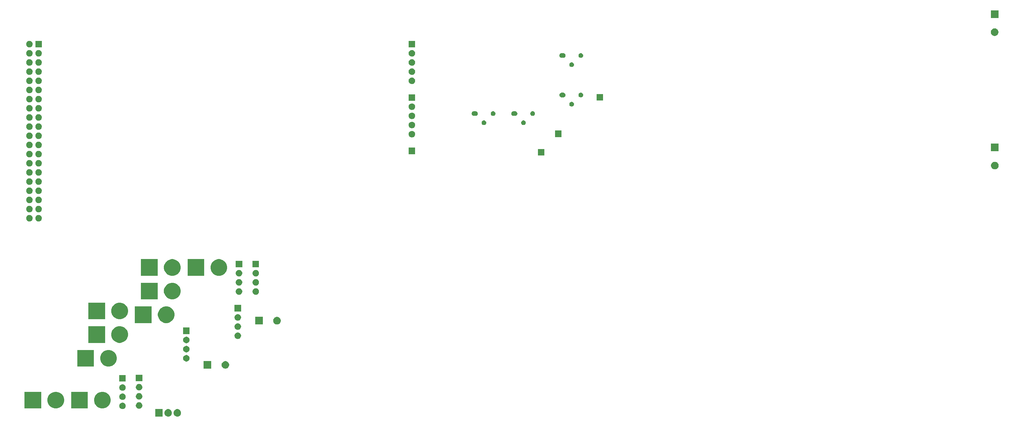
<source format=gbr>
G04 #@! TF.GenerationSoftware,KiCad,Pcbnew,(5.1.5)-3*
G04 #@! TF.CreationDate,2020-03-15T10:16:25+01:00*
G04 #@! TF.ProjectId,TFG_PCB,5446475f-5043-4422-9e6b-696361645f70,rev?*
G04 #@! TF.SameCoordinates,Original*
G04 #@! TF.FileFunction,Soldermask,Bot*
G04 #@! TF.FilePolarity,Negative*
%FSLAX46Y46*%
G04 Gerber Fmt 4.6, Leading zero omitted, Abs format (unit mm)*
G04 Created by KiCad (PCBNEW (5.1.5)-3) date 2020-03-15 10:16:25*
%MOMM*%
%LPD*%
G04 APERTURE LIST*
%ADD10C,0.100000*%
G04 APERTURE END LIST*
D10*
G36*
X-129728280Y-163958521D02*
G01*
X-129539119Y-164015902D01*
X-129539116Y-164015903D01*
X-129446666Y-164065319D01*
X-129364787Y-164109084D01*
X-129211984Y-164234486D01*
X-129086582Y-164387289D01*
X-128993400Y-164561620D01*
X-128936019Y-164750781D01*
X-128921499Y-164898207D01*
X-128921499Y-165091794D01*
X-128936019Y-165239220D01*
X-128993400Y-165428381D01*
X-128993401Y-165428384D01*
X-129042817Y-165520834D01*
X-129086582Y-165602713D01*
X-129211984Y-165755516D01*
X-129364787Y-165880918D01*
X-129539118Y-165974100D01*
X-129728279Y-166031481D01*
X-129924999Y-166050856D01*
X-130121718Y-166031481D01*
X-130310879Y-165974100D01*
X-130485211Y-165880918D01*
X-130638014Y-165755516D01*
X-130763416Y-165602713D01*
X-130856598Y-165428382D01*
X-130913979Y-165239221D01*
X-130928499Y-165091795D01*
X-130928499Y-164898208D01*
X-130913979Y-164750782D01*
X-130856598Y-164561621D01*
X-130856597Y-164561618D01*
X-130807181Y-164469168D01*
X-130763416Y-164387289D01*
X-130638014Y-164234486D01*
X-130485211Y-164109084D01*
X-130310880Y-164015902D01*
X-130121719Y-163958521D01*
X-129924999Y-163939146D01*
X-129728280Y-163958521D01*
G37*
G36*
X-127188280Y-163958521D02*
G01*
X-126999119Y-164015902D01*
X-126999116Y-164015903D01*
X-126906666Y-164065319D01*
X-126824787Y-164109084D01*
X-126671984Y-164234486D01*
X-126546582Y-164387289D01*
X-126453400Y-164561620D01*
X-126396019Y-164750781D01*
X-126381499Y-164898207D01*
X-126381499Y-165091794D01*
X-126396019Y-165239220D01*
X-126453400Y-165428381D01*
X-126453401Y-165428384D01*
X-126502817Y-165520834D01*
X-126546582Y-165602713D01*
X-126671984Y-165755516D01*
X-126824787Y-165880918D01*
X-126999118Y-165974100D01*
X-127188279Y-166031481D01*
X-127384999Y-166050856D01*
X-127581718Y-166031481D01*
X-127770879Y-165974100D01*
X-127945211Y-165880918D01*
X-128098014Y-165755516D01*
X-128223416Y-165602713D01*
X-128316598Y-165428382D01*
X-128373979Y-165239221D01*
X-128388499Y-165091795D01*
X-128388499Y-164898208D01*
X-128373979Y-164750782D01*
X-128316598Y-164561621D01*
X-128316597Y-164561618D01*
X-128267181Y-164469168D01*
X-128223416Y-164387289D01*
X-128098014Y-164234486D01*
X-127945211Y-164109084D01*
X-127770880Y-164015902D01*
X-127581719Y-163958521D01*
X-127384999Y-163939146D01*
X-127188280Y-163958521D01*
G37*
G36*
X-131461499Y-166046001D02*
G01*
X-133468499Y-166046001D01*
X-133468499Y-163944001D01*
X-131461499Y-163944001D01*
X-131461499Y-166046001D01*
G37*
G36*
X-142473468Y-162166545D02*
G01*
X-142312187Y-162198625D01*
X-142148215Y-162266545D01*
X-142000645Y-162365148D01*
X-141875146Y-162490647D01*
X-141776543Y-162638217D01*
X-141708623Y-162802189D01*
X-141673999Y-162976260D01*
X-141673999Y-163153742D01*
X-141708623Y-163327813D01*
X-141776543Y-163491785D01*
X-141875146Y-163639355D01*
X-142000645Y-163764854D01*
X-142148215Y-163863457D01*
X-142312187Y-163931377D01*
X-142448653Y-163958521D01*
X-142486257Y-163966001D01*
X-142663741Y-163966001D01*
X-142701345Y-163958521D01*
X-142837811Y-163931377D01*
X-143001783Y-163863457D01*
X-143149353Y-163764854D01*
X-143274852Y-163639355D01*
X-143373455Y-163491785D01*
X-143441375Y-163327813D01*
X-143475999Y-163153742D01*
X-143475999Y-162976260D01*
X-143441375Y-162802189D01*
X-143373455Y-162638217D01*
X-143274852Y-162490647D01*
X-143149353Y-162365148D01*
X-143001783Y-162266545D01*
X-142837811Y-162198625D01*
X-142676530Y-162166545D01*
X-142663741Y-162164001D01*
X-142486257Y-162164001D01*
X-142473468Y-162166545D01*
G37*
G36*
X-137861487Y-162068928D02*
G01*
X-137712187Y-162098625D01*
X-137548215Y-162166545D01*
X-137400645Y-162265148D01*
X-137275146Y-162390647D01*
X-137176543Y-162538217D01*
X-137108623Y-162702189D01*
X-137073999Y-162876260D01*
X-137073999Y-163053742D01*
X-137108623Y-163227813D01*
X-137176543Y-163391785D01*
X-137275146Y-163539355D01*
X-137400645Y-163664854D01*
X-137548215Y-163763457D01*
X-137712187Y-163831377D01*
X-137861487Y-163861074D01*
X-137886257Y-163866001D01*
X-138063741Y-163866001D01*
X-138088511Y-163861074D01*
X-138237811Y-163831377D01*
X-138401783Y-163763457D01*
X-138549353Y-163664854D01*
X-138674852Y-163539355D01*
X-138773455Y-163391785D01*
X-138841375Y-163227813D01*
X-138875999Y-163053742D01*
X-138875999Y-162876260D01*
X-138841375Y-162702189D01*
X-138773455Y-162538217D01*
X-138674852Y-162390647D01*
X-138549353Y-162265148D01*
X-138401783Y-162166545D01*
X-138237811Y-162098625D01*
X-138088511Y-162068928D01*
X-138063741Y-162064001D01*
X-137886257Y-162064001D01*
X-137861487Y-162068928D01*
G37*
G36*
X-165103559Y-163746441D02*
G01*
X-169706439Y-163746441D01*
X-169706439Y-159143561D01*
X-165103559Y-159143561D01*
X-165103559Y-163746441D01*
G37*
G36*
X-152213559Y-163746441D02*
G01*
X-156816439Y-163746441D01*
X-156816439Y-159143561D01*
X-152213559Y-159143561D01*
X-152213559Y-163746441D01*
G37*
G36*
X-147493695Y-159232003D02*
G01*
X-147074860Y-159405490D01*
X-147074858Y-159405491D01*
X-146897496Y-159524001D01*
X-146697917Y-159657355D01*
X-146377353Y-159977919D01*
X-146125488Y-160354862D01*
X-145952001Y-160773697D01*
X-145863559Y-161218328D01*
X-145863559Y-161671674D01*
X-145952001Y-162116305D01*
X-146107059Y-162490648D01*
X-146125489Y-162535142D01*
X-146377354Y-162912084D01*
X-146697916Y-163232646D01*
X-147074858Y-163484511D01*
X-147074859Y-163484512D01*
X-147074860Y-163484512D01*
X-147493695Y-163657999D01*
X-147938326Y-163746441D01*
X-148391672Y-163746441D01*
X-148836303Y-163657999D01*
X-149255138Y-163484512D01*
X-149255139Y-163484512D01*
X-149255140Y-163484511D01*
X-149632082Y-163232646D01*
X-149952644Y-162912084D01*
X-150204509Y-162535142D01*
X-150222939Y-162490648D01*
X-150377997Y-162116305D01*
X-150466439Y-161671674D01*
X-150466439Y-161218328D01*
X-150377997Y-160773697D01*
X-150204510Y-160354862D01*
X-149952645Y-159977919D01*
X-149632081Y-159657355D01*
X-149432502Y-159524001D01*
X-149255140Y-159405491D01*
X-149255138Y-159405490D01*
X-148836303Y-159232003D01*
X-148391672Y-159143561D01*
X-147938326Y-159143561D01*
X-147493695Y-159232003D01*
G37*
G36*
X-160383695Y-159232003D02*
G01*
X-159964860Y-159405490D01*
X-159964858Y-159405491D01*
X-159787496Y-159524001D01*
X-159587917Y-159657355D01*
X-159267353Y-159977919D01*
X-159015488Y-160354862D01*
X-158842001Y-160773697D01*
X-158753559Y-161218328D01*
X-158753559Y-161671674D01*
X-158842001Y-162116305D01*
X-158997059Y-162490648D01*
X-159015489Y-162535142D01*
X-159267354Y-162912084D01*
X-159587916Y-163232646D01*
X-159964858Y-163484511D01*
X-159964859Y-163484512D01*
X-159964860Y-163484512D01*
X-160383695Y-163657999D01*
X-160828326Y-163746441D01*
X-161281672Y-163746441D01*
X-161726303Y-163657999D01*
X-162145138Y-163484512D01*
X-162145139Y-163484512D01*
X-162145140Y-163484511D01*
X-162522082Y-163232646D01*
X-162842644Y-162912084D01*
X-163094509Y-162535142D01*
X-163112939Y-162490648D01*
X-163267997Y-162116305D01*
X-163356439Y-161671674D01*
X-163356439Y-161218328D01*
X-163267997Y-160773697D01*
X-163094510Y-160354862D01*
X-162842645Y-159977919D01*
X-162522081Y-159657355D01*
X-162322502Y-159524001D01*
X-162145140Y-159405491D01*
X-162145138Y-159405490D01*
X-161726303Y-159232003D01*
X-161281672Y-159143561D01*
X-160828326Y-159143561D01*
X-160383695Y-159232003D01*
G37*
G36*
X-142473468Y-159626545D02*
G01*
X-142312187Y-159658625D01*
X-142148215Y-159726545D01*
X-142000645Y-159825148D01*
X-141875146Y-159950647D01*
X-141776543Y-160098217D01*
X-141708623Y-160262189D01*
X-141673999Y-160436260D01*
X-141673999Y-160613742D01*
X-141708623Y-160787813D01*
X-141776543Y-160951785D01*
X-141875146Y-161099355D01*
X-142000645Y-161224854D01*
X-142148215Y-161323457D01*
X-142312187Y-161391377D01*
X-142461487Y-161421074D01*
X-142486257Y-161426001D01*
X-142663741Y-161426001D01*
X-142688511Y-161421074D01*
X-142837811Y-161391377D01*
X-143001783Y-161323457D01*
X-143149353Y-161224854D01*
X-143274852Y-161099355D01*
X-143373455Y-160951785D01*
X-143441375Y-160787813D01*
X-143475999Y-160613742D01*
X-143475999Y-160436260D01*
X-143441375Y-160262189D01*
X-143373455Y-160098217D01*
X-143274852Y-159950647D01*
X-143149353Y-159825148D01*
X-143001783Y-159726545D01*
X-142837811Y-159658625D01*
X-142676530Y-159626545D01*
X-142663741Y-159624001D01*
X-142486257Y-159624001D01*
X-142473468Y-159626545D01*
G37*
G36*
X-137861487Y-159528928D02*
G01*
X-137712187Y-159558625D01*
X-137548215Y-159626545D01*
X-137400645Y-159725148D01*
X-137275146Y-159850647D01*
X-137176543Y-159998217D01*
X-137108623Y-160162189D01*
X-137073999Y-160336260D01*
X-137073999Y-160513742D01*
X-137108623Y-160687813D01*
X-137176543Y-160851785D01*
X-137275146Y-160999355D01*
X-137400645Y-161124854D01*
X-137548215Y-161223457D01*
X-137712187Y-161291377D01*
X-137861487Y-161321074D01*
X-137886257Y-161326001D01*
X-138063741Y-161326001D01*
X-138088511Y-161321074D01*
X-138237811Y-161291377D01*
X-138401783Y-161223457D01*
X-138549353Y-161124854D01*
X-138674852Y-160999355D01*
X-138773455Y-160851785D01*
X-138841375Y-160687813D01*
X-138875999Y-160513742D01*
X-138875999Y-160336260D01*
X-138841375Y-160162189D01*
X-138773455Y-159998217D01*
X-138674852Y-159850647D01*
X-138549353Y-159725148D01*
X-138401783Y-159626545D01*
X-138237811Y-159558625D01*
X-138088511Y-159528928D01*
X-138063741Y-159524001D01*
X-137886257Y-159524001D01*
X-137861487Y-159528928D01*
G37*
G36*
X-142473468Y-157086545D02*
G01*
X-142312187Y-157118625D01*
X-142148215Y-157186545D01*
X-142000645Y-157285148D01*
X-141875146Y-157410647D01*
X-141776543Y-157558217D01*
X-141708623Y-157722189D01*
X-141673999Y-157896260D01*
X-141673999Y-158073742D01*
X-141708623Y-158247813D01*
X-141776543Y-158411785D01*
X-141875146Y-158559355D01*
X-142000645Y-158684854D01*
X-142148215Y-158783457D01*
X-142312187Y-158851377D01*
X-142461487Y-158881074D01*
X-142486257Y-158886001D01*
X-142663741Y-158886001D01*
X-142688511Y-158881074D01*
X-142837811Y-158851377D01*
X-143001783Y-158783457D01*
X-143149353Y-158684854D01*
X-143274852Y-158559355D01*
X-143373455Y-158411785D01*
X-143441375Y-158247813D01*
X-143475999Y-158073742D01*
X-143475999Y-157896260D01*
X-143441375Y-157722189D01*
X-143373455Y-157558217D01*
X-143274852Y-157410647D01*
X-143149353Y-157285148D01*
X-143001783Y-157186545D01*
X-142837811Y-157118625D01*
X-142676530Y-157086545D01*
X-142663741Y-157084001D01*
X-142486257Y-157084001D01*
X-142473468Y-157086545D01*
G37*
G36*
X-137861487Y-156988928D02*
G01*
X-137712187Y-157018625D01*
X-137548215Y-157086545D01*
X-137400645Y-157185148D01*
X-137275146Y-157310647D01*
X-137176543Y-157458217D01*
X-137108623Y-157622189D01*
X-137073999Y-157796260D01*
X-137073999Y-157973742D01*
X-137108623Y-158147813D01*
X-137176543Y-158311785D01*
X-137275146Y-158459355D01*
X-137400645Y-158584854D01*
X-137548215Y-158683457D01*
X-137712187Y-158751377D01*
X-137861487Y-158781074D01*
X-137886257Y-158786001D01*
X-138063741Y-158786001D01*
X-138088511Y-158781074D01*
X-138237811Y-158751377D01*
X-138401783Y-158683457D01*
X-138549353Y-158584854D01*
X-138674852Y-158459355D01*
X-138773455Y-158311785D01*
X-138841375Y-158147813D01*
X-138875999Y-157973742D01*
X-138875999Y-157796260D01*
X-138841375Y-157622189D01*
X-138773455Y-157458217D01*
X-138674852Y-157310647D01*
X-138549353Y-157185148D01*
X-138401783Y-157086545D01*
X-138237811Y-157018625D01*
X-138088511Y-156988928D01*
X-138063741Y-156984001D01*
X-137886257Y-156984001D01*
X-137861487Y-156988928D01*
G37*
G36*
X-141673999Y-156346001D02*
G01*
X-143475999Y-156346001D01*
X-143475999Y-154544001D01*
X-141673999Y-154544001D01*
X-141673999Y-156346001D01*
G37*
G36*
X-137073999Y-156246001D02*
G01*
X-138875999Y-156246001D01*
X-138875999Y-154444001D01*
X-137073999Y-154444001D01*
X-137073999Y-156246001D01*
G37*
G36*
X-113763789Y-150684390D02*
G01*
X-113572520Y-150763616D01*
X-113572518Y-150763617D01*
X-113400380Y-150878636D01*
X-113253988Y-151025028D01*
X-113138968Y-151197168D01*
X-113059742Y-151388437D01*
X-113019353Y-151591485D01*
X-113019353Y-151798517D01*
X-113059742Y-152001565D01*
X-113138968Y-152192834D01*
X-113138969Y-152192836D01*
X-113253988Y-152364974D01*
X-113400380Y-152511366D01*
X-113572518Y-152626385D01*
X-113572519Y-152626386D01*
X-113572520Y-152626386D01*
X-113763789Y-152705612D01*
X-113966837Y-152746001D01*
X-114173869Y-152746001D01*
X-114376917Y-152705612D01*
X-114568186Y-152626386D01*
X-114568187Y-152626386D01*
X-114568188Y-152626385D01*
X-114740326Y-152511366D01*
X-114886718Y-152364974D01*
X-115001737Y-152192836D01*
X-115001738Y-152192834D01*
X-115080964Y-152001565D01*
X-115121353Y-151798517D01*
X-115121353Y-151591485D01*
X-115080964Y-151388437D01*
X-115001738Y-151197168D01*
X-114886718Y-151025028D01*
X-114740326Y-150878636D01*
X-114568188Y-150763617D01*
X-114568186Y-150763616D01*
X-114376917Y-150684390D01*
X-114173869Y-150644001D01*
X-113966837Y-150644001D01*
X-113763789Y-150684390D01*
G37*
G36*
X-118019353Y-152746001D02*
G01*
X-120121353Y-152746001D01*
X-120121353Y-150644001D01*
X-118019353Y-150644001D01*
X-118019353Y-152746001D01*
G37*
G36*
X-150523559Y-152146441D02*
G01*
X-155126439Y-152146441D01*
X-155126439Y-147543561D01*
X-150523559Y-147543561D01*
X-150523559Y-152146441D01*
G37*
G36*
X-145803695Y-147632003D02*
G01*
X-145384860Y-147805490D01*
X-145384858Y-147805491D01*
X-145244382Y-147899354D01*
X-145007917Y-148057355D01*
X-144687353Y-148377919D01*
X-144435488Y-148754862D01*
X-144262001Y-149173697D01*
X-144173559Y-149618328D01*
X-144173559Y-150071674D01*
X-144262001Y-150516305D01*
X-144435488Y-150935140D01*
X-144435489Y-150935142D01*
X-144687354Y-151312084D01*
X-145007916Y-151632646D01*
X-145384858Y-151884511D01*
X-145384859Y-151884512D01*
X-145384860Y-151884512D01*
X-145803695Y-152057999D01*
X-146248326Y-152146441D01*
X-146701672Y-152146441D01*
X-147146303Y-152057999D01*
X-147565138Y-151884512D01*
X-147565139Y-151884512D01*
X-147565140Y-151884511D01*
X-147942082Y-151632646D01*
X-148262644Y-151312084D01*
X-148514509Y-150935142D01*
X-148514510Y-150935140D01*
X-148687997Y-150516305D01*
X-148776439Y-150071674D01*
X-148776439Y-149618328D01*
X-148687997Y-149173697D01*
X-148514510Y-148754862D01*
X-148262645Y-148377919D01*
X-147942081Y-148057355D01*
X-147705616Y-147899354D01*
X-147565140Y-147805491D01*
X-147565138Y-147805490D01*
X-147146303Y-147632003D01*
X-146701672Y-147543561D01*
X-146248326Y-147543561D01*
X-145803695Y-147632003D01*
G37*
G36*
X-124771487Y-148968928D02*
G01*
X-124622187Y-148998625D01*
X-124458215Y-149066545D01*
X-124310645Y-149165148D01*
X-124185146Y-149290647D01*
X-124086543Y-149438217D01*
X-124018623Y-149602189D01*
X-123983999Y-149776260D01*
X-123983999Y-149953742D01*
X-124018623Y-150127813D01*
X-124086543Y-150291785D01*
X-124185146Y-150439355D01*
X-124310645Y-150564854D01*
X-124458215Y-150663457D01*
X-124622187Y-150731377D01*
X-124771487Y-150761074D01*
X-124796257Y-150766001D01*
X-124973741Y-150766001D01*
X-124998511Y-150761074D01*
X-125147811Y-150731377D01*
X-125311783Y-150663457D01*
X-125459353Y-150564854D01*
X-125584852Y-150439355D01*
X-125683455Y-150291785D01*
X-125751375Y-150127813D01*
X-125785999Y-149953742D01*
X-125785999Y-149776260D01*
X-125751375Y-149602189D01*
X-125683455Y-149438217D01*
X-125584852Y-149290647D01*
X-125459353Y-149165148D01*
X-125311783Y-149066545D01*
X-125147811Y-148998625D01*
X-124998511Y-148968928D01*
X-124973741Y-148964001D01*
X-124796257Y-148964001D01*
X-124771487Y-148968928D01*
G37*
G36*
X-124771487Y-146428928D02*
G01*
X-124622187Y-146458625D01*
X-124458215Y-146526545D01*
X-124310645Y-146625148D01*
X-124185146Y-146750647D01*
X-124086543Y-146898217D01*
X-124018623Y-147062189D01*
X-123983999Y-147236260D01*
X-123983999Y-147413742D01*
X-124018623Y-147587813D01*
X-124086543Y-147751785D01*
X-124185146Y-147899355D01*
X-124310645Y-148024854D01*
X-124458215Y-148123457D01*
X-124622187Y-148191377D01*
X-124771487Y-148221074D01*
X-124796257Y-148226001D01*
X-124973741Y-148226001D01*
X-124998511Y-148221074D01*
X-125147811Y-148191377D01*
X-125311783Y-148123457D01*
X-125459353Y-148024854D01*
X-125584852Y-147899355D01*
X-125683455Y-147751785D01*
X-125751375Y-147587813D01*
X-125785999Y-147413742D01*
X-125785999Y-147236260D01*
X-125751375Y-147062189D01*
X-125683455Y-146898217D01*
X-125584852Y-146750647D01*
X-125459353Y-146625148D01*
X-125311783Y-146526545D01*
X-125147811Y-146458625D01*
X-124998511Y-146428928D01*
X-124973741Y-146424001D01*
X-124796257Y-146424001D01*
X-124771487Y-146428928D01*
G37*
G36*
X-124771487Y-143888928D02*
G01*
X-124622187Y-143918625D01*
X-124458215Y-143986545D01*
X-124310645Y-144085148D01*
X-124185146Y-144210647D01*
X-124086543Y-144358217D01*
X-124018623Y-144522189D01*
X-123983999Y-144696260D01*
X-123983999Y-144873742D01*
X-124018623Y-145047813D01*
X-124086543Y-145211785D01*
X-124185146Y-145359355D01*
X-124310645Y-145484854D01*
X-124458215Y-145583457D01*
X-124622187Y-145651377D01*
X-124771487Y-145681074D01*
X-124796257Y-145686001D01*
X-124973741Y-145686001D01*
X-124998511Y-145681074D01*
X-125147811Y-145651377D01*
X-125311783Y-145583457D01*
X-125459353Y-145484854D01*
X-125584852Y-145359355D01*
X-125683455Y-145211785D01*
X-125751375Y-145047813D01*
X-125785999Y-144873742D01*
X-125785999Y-144696260D01*
X-125751375Y-144522189D01*
X-125683455Y-144358217D01*
X-125584852Y-144210647D01*
X-125459353Y-144085148D01*
X-125311783Y-143986545D01*
X-125147811Y-143918625D01*
X-124998511Y-143888928D01*
X-124973741Y-143884001D01*
X-124796257Y-143884001D01*
X-124771487Y-143888928D01*
G37*
G36*
X-142693695Y-141082003D02*
G01*
X-142274860Y-141255490D01*
X-142274858Y-141255491D01*
X-142151656Y-141337812D01*
X-141897917Y-141507355D01*
X-141577353Y-141827919D01*
X-141325488Y-142204862D01*
X-141152001Y-142623697D01*
X-141063559Y-143068328D01*
X-141063559Y-143521674D01*
X-141152001Y-143966305D01*
X-141253211Y-144210647D01*
X-141325489Y-144385142D01*
X-141577354Y-144762084D01*
X-141897916Y-145082646D01*
X-142274858Y-145334511D01*
X-142274859Y-145334512D01*
X-142274860Y-145334512D01*
X-142693695Y-145507999D01*
X-143138326Y-145596441D01*
X-143591672Y-145596441D01*
X-144036303Y-145507999D01*
X-144455138Y-145334512D01*
X-144455139Y-145334512D01*
X-144455140Y-145334511D01*
X-144832082Y-145082646D01*
X-145152644Y-144762084D01*
X-145404509Y-144385142D01*
X-145476787Y-144210647D01*
X-145577997Y-143966305D01*
X-145666439Y-143521674D01*
X-145666439Y-143068328D01*
X-145577997Y-142623697D01*
X-145404510Y-142204862D01*
X-145152645Y-141827919D01*
X-144832081Y-141507355D01*
X-144578342Y-141337812D01*
X-144455140Y-141255491D01*
X-144455138Y-141255490D01*
X-144036303Y-141082003D01*
X-143591672Y-140993561D01*
X-143138326Y-140993561D01*
X-142693695Y-141082003D01*
G37*
G36*
X-147413559Y-145596441D02*
G01*
X-152016439Y-145596441D01*
X-152016439Y-140993561D01*
X-147413559Y-140993561D01*
X-147413559Y-145596441D01*
G37*
G36*
X-110531487Y-142718928D02*
G01*
X-110382187Y-142748625D01*
X-110218215Y-142816545D01*
X-110070645Y-142915148D01*
X-109945146Y-143040647D01*
X-109846543Y-143188217D01*
X-109778623Y-143352189D01*
X-109743999Y-143526260D01*
X-109743999Y-143703742D01*
X-109778623Y-143877813D01*
X-109846543Y-144041785D01*
X-109945146Y-144189355D01*
X-110070645Y-144314854D01*
X-110218215Y-144413457D01*
X-110382187Y-144481377D01*
X-110531487Y-144511074D01*
X-110556257Y-144516001D01*
X-110733741Y-144516001D01*
X-110758511Y-144511074D01*
X-110907811Y-144481377D01*
X-111071783Y-144413457D01*
X-111219353Y-144314854D01*
X-111344852Y-144189355D01*
X-111443455Y-144041785D01*
X-111511375Y-143877813D01*
X-111545999Y-143703742D01*
X-111545999Y-143526260D01*
X-111511375Y-143352189D01*
X-111443455Y-143188217D01*
X-111344852Y-143040647D01*
X-111219353Y-142915148D01*
X-111071783Y-142816545D01*
X-110907811Y-142748625D01*
X-110758511Y-142718928D01*
X-110733741Y-142714001D01*
X-110556257Y-142714001D01*
X-110531487Y-142718928D01*
G37*
G36*
X-123983999Y-143146001D02*
G01*
X-125785999Y-143146001D01*
X-125785999Y-141344001D01*
X-123983999Y-141344001D01*
X-123983999Y-143146001D01*
G37*
G36*
X-110531487Y-140178928D02*
G01*
X-110382187Y-140208625D01*
X-110218215Y-140276545D01*
X-110070645Y-140375148D01*
X-109945146Y-140500647D01*
X-109846543Y-140648217D01*
X-109778623Y-140812189D01*
X-109743999Y-140986260D01*
X-109743999Y-141163742D01*
X-109778623Y-141337813D01*
X-109846543Y-141501785D01*
X-109945146Y-141649355D01*
X-110070645Y-141774854D01*
X-110218215Y-141873457D01*
X-110382187Y-141941377D01*
X-110531487Y-141971074D01*
X-110556257Y-141976001D01*
X-110733741Y-141976001D01*
X-110758511Y-141971074D01*
X-110907811Y-141941377D01*
X-111071783Y-141873457D01*
X-111219353Y-141774854D01*
X-111344852Y-141649355D01*
X-111443455Y-141501785D01*
X-111511375Y-141337813D01*
X-111545999Y-141163742D01*
X-111545999Y-140986260D01*
X-111511375Y-140812189D01*
X-111443455Y-140648217D01*
X-111344852Y-140500647D01*
X-111219353Y-140375148D01*
X-111071783Y-140276545D01*
X-110907811Y-140208625D01*
X-110758511Y-140178928D01*
X-110733741Y-140174001D01*
X-110556257Y-140174001D01*
X-110531487Y-140178928D01*
G37*
G36*
X-103729353Y-140496001D02*
G01*
X-105831353Y-140496001D01*
X-105831353Y-138394001D01*
X-103729353Y-138394001D01*
X-103729353Y-140496001D01*
G37*
G36*
X-99473789Y-138434390D02*
G01*
X-99282520Y-138513616D01*
X-99282518Y-138513617D01*
X-99110380Y-138628636D01*
X-98963988Y-138775028D01*
X-98890413Y-138885140D01*
X-98848968Y-138947168D01*
X-98769742Y-139138437D01*
X-98729353Y-139341485D01*
X-98729353Y-139548517D01*
X-98769742Y-139751565D01*
X-98804100Y-139834512D01*
X-98848969Y-139942836D01*
X-98963988Y-140114974D01*
X-99110380Y-140261366D01*
X-99282518Y-140376385D01*
X-99282519Y-140376386D01*
X-99282520Y-140376386D01*
X-99473789Y-140455612D01*
X-99676837Y-140496001D01*
X-99883869Y-140496001D01*
X-100086917Y-140455612D01*
X-100278186Y-140376386D01*
X-100278187Y-140376386D01*
X-100278188Y-140376385D01*
X-100450326Y-140261366D01*
X-100596718Y-140114974D01*
X-100711737Y-139942836D01*
X-100756606Y-139834512D01*
X-100790964Y-139751565D01*
X-100831353Y-139548517D01*
X-100831353Y-139341485D01*
X-100790964Y-139138437D01*
X-100711738Y-138947168D01*
X-100670292Y-138885140D01*
X-100596718Y-138775028D01*
X-100450326Y-138628636D01*
X-100278188Y-138513617D01*
X-100278186Y-138513616D01*
X-100086917Y-138434390D01*
X-99883869Y-138394001D01*
X-99676837Y-138394001D01*
X-99473789Y-138434390D01*
G37*
G36*
X-134523559Y-140096441D02*
G01*
X-139126439Y-140096441D01*
X-139126439Y-135493561D01*
X-134523559Y-135493561D01*
X-134523559Y-140096441D01*
G37*
G36*
X-129803695Y-135582003D02*
G01*
X-129384860Y-135755490D01*
X-129384858Y-135755491D01*
X-129195108Y-135882278D01*
X-129007917Y-136007355D01*
X-128687353Y-136327919D01*
X-128435488Y-136704862D01*
X-128262001Y-137123697D01*
X-128173559Y-137568328D01*
X-128173559Y-138021674D01*
X-128262001Y-138466305D01*
X-128435488Y-138885140D01*
X-128604735Y-139138437D01*
X-128687354Y-139262084D01*
X-129007916Y-139582646D01*
X-129384858Y-139834511D01*
X-129384859Y-139834512D01*
X-129384860Y-139834512D01*
X-129803695Y-140007999D01*
X-130248326Y-140096441D01*
X-130701672Y-140096441D01*
X-131146303Y-140007999D01*
X-131565138Y-139834512D01*
X-131565139Y-139834512D01*
X-131565140Y-139834511D01*
X-131942082Y-139582646D01*
X-132262644Y-139262084D01*
X-132345262Y-139138437D01*
X-132514510Y-138885140D01*
X-132687997Y-138466305D01*
X-132776439Y-138021674D01*
X-132776439Y-137568328D01*
X-132687997Y-137123697D01*
X-132514510Y-136704862D01*
X-132262645Y-136327919D01*
X-131942081Y-136007355D01*
X-131754890Y-135882278D01*
X-131565140Y-135755491D01*
X-131565138Y-135755490D01*
X-131146303Y-135582003D01*
X-130701672Y-135493561D01*
X-130248326Y-135493561D01*
X-129803695Y-135582003D01*
G37*
G36*
X-110531487Y-137638928D02*
G01*
X-110382187Y-137668625D01*
X-110218215Y-137736545D01*
X-110070645Y-137835148D01*
X-109945146Y-137960647D01*
X-109846543Y-138108217D01*
X-109778623Y-138272189D01*
X-109743999Y-138446260D01*
X-109743999Y-138623742D01*
X-109778623Y-138797813D01*
X-109846543Y-138961785D01*
X-109945146Y-139109355D01*
X-110070645Y-139234854D01*
X-110218215Y-139333457D01*
X-110382187Y-139401377D01*
X-110531487Y-139431074D01*
X-110556257Y-139436001D01*
X-110733741Y-139436001D01*
X-110758511Y-139431074D01*
X-110907811Y-139401377D01*
X-111071783Y-139333457D01*
X-111219353Y-139234854D01*
X-111344852Y-139109355D01*
X-111443455Y-138961785D01*
X-111511375Y-138797813D01*
X-111545999Y-138623742D01*
X-111545999Y-138446260D01*
X-111511375Y-138272189D01*
X-111443455Y-138108217D01*
X-111344852Y-137960647D01*
X-111219353Y-137835148D01*
X-111071783Y-137736545D01*
X-110907811Y-137668625D01*
X-110758511Y-137638928D01*
X-110733741Y-137634001D01*
X-110556257Y-137634001D01*
X-110531487Y-137638928D01*
G37*
G36*
X-142693695Y-134532003D02*
G01*
X-142274860Y-134705490D01*
X-142274858Y-134705491D01*
X-142085108Y-134832278D01*
X-141897917Y-134957355D01*
X-141577353Y-135277919D01*
X-141325488Y-135654862D01*
X-141152001Y-136073697D01*
X-141063559Y-136518328D01*
X-141063559Y-136971674D01*
X-141152001Y-137416305D01*
X-141325488Y-137835140D01*
X-141577353Y-138212083D01*
X-141897917Y-138532647D01*
X-142034252Y-138623743D01*
X-142274858Y-138784511D01*
X-142274859Y-138784512D01*
X-142274860Y-138784512D01*
X-142693695Y-138957999D01*
X-143138326Y-139046441D01*
X-143591672Y-139046441D01*
X-144036303Y-138957999D01*
X-144455138Y-138784512D01*
X-144455139Y-138784512D01*
X-144455140Y-138784511D01*
X-144695746Y-138623743D01*
X-144832081Y-138532647D01*
X-145152645Y-138212083D01*
X-145404510Y-137835140D01*
X-145577997Y-137416305D01*
X-145666439Y-136971674D01*
X-145666439Y-136518328D01*
X-145577997Y-136073697D01*
X-145404510Y-135654862D01*
X-145152645Y-135277919D01*
X-144832081Y-134957355D01*
X-144644890Y-134832278D01*
X-144455140Y-134705491D01*
X-144455138Y-134705490D01*
X-144036303Y-134532003D01*
X-143591672Y-134443561D01*
X-143138326Y-134443561D01*
X-142693695Y-134532003D01*
G37*
G36*
X-147413559Y-139046441D02*
G01*
X-152016439Y-139046441D01*
X-152016439Y-134443561D01*
X-147413559Y-134443561D01*
X-147413559Y-139046441D01*
G37*
G36*
X-109743999Y-136896001D02*
G01*
X-111545999Y-136896001D01*
X-111545999Y-135094001D01*
X-109743999Y-135094001D01*
X-109743999Y-136896001D01*
G37*
G36*
X-128113695Y-129032003D02*
G01*
X-127694860Y-129205490D01*
X-127694858Y-129205491D01*
X-127505108Y-129332278D01*
X-127317917Y-129457355D01*
X-126997353Y-129777919D01*
X-126745488Y-130154862D01*
X-126572001Y-130573697D01*
X-126483559Y-131018328D01*
X-126483559Y-131471674D01*
X-126572001Y-131916305D01*
X-126581549Y-131939355D01*
X-126745489Y-132335142D01*
X-126997354Y-132712084D01*
X-127317916Y-133032646D01*
X-127694858Y-133284511D01*
X-127694859Y-133284512D01*
X-127694860Y-133284512D01*
X-128113695Y-133457999D01*
X-128558326Y-133546441D01*
X-129011672Y-133546441D01*
X-129456303Y-133457999D01*
X-129875138Y-133284512D01*
X-129875139Y-133284512D01*
X-129875140Y-133284511D01*
X-130252082Y-133032646D01*
X-130572644Y-132712084D01*
X-130824509Y-132335142D01*
X-130988449Y-131939355D01*
X-130997997Y-131916305D01*
X-131086439Y-131471674D01*
X-131086439Y-131018328D01*
X-130997997Y-130573697D01*
X-130824510Y-130154862D01*
X-130572645Y-129777919D01*
X-130252081Y-129457355D01*
X-130064890Y-129332278D01*
X-129875140Y-129205491D01*
X-129875138Y-129205490D01*
X-129456303Y-129032003D01*
X-129011672Y-128943561D01*
X-128558326Y-128943561D01*
X-128113695Y-129032003D01*
G37*
G36*
X-132833559Y-133546441D02*
G01*
X-137436439Y-133546441D01*
X-137436439Y-128943561D01*
X-132833559Y-128943561D01*
X-132833559Y-133546441D01*
G37*
G36*
X-110191487Y-130468928D02*
G01*
X-110042187Y-130498625D01*
X-109878215Y-130566545D01*
X-109730645Y-130665148D01*
X-109605146Y-130790647D01*
X-109506543Y-130938217D01*
X-109438623Y-131102189D01*
X-109403999Y-131276260D01*
X-109403999Y-131453742D01*
X-109438623Y-131627813D01*
X-109506543Y-131791785D01*
X-109605146Y-131939355D01*
X-109730645Y-132064854D01*
X-109878215Y-132163457D01*
X-110042187Y-132231377D01*
X-110191487Y-132261074D01*
X-110216257Y-132266001D01*
X-110393741Y-132266001D01*
X-110418511Y-132261074D01*
X-110567811Y-132231377D01*
X-110731783Y-132163457D01*
X-110879353Y-132064854D01*
X-111004852Y-131939355D01*
X-111103455Y-131791785D01*
X-111171375Y-131627813D01*
X-111205999Y-131453742D01*
X-111205999Y-131276260D01*
X-111171375Y-131102189D01*
X-111103455Y-130938217D01*
X-111004852Y-130790647D01*
X-110879353Y-130665148D01*
X-110731783Y-130566545D01*
X-110567811Y-130498625D01*
X-110418511Y-130468928D01*
X-110393741Y-130464001D01*
X-110216257Y-130464001D01*
X-110191487Y-130468928D01*
G37*
G36*
X-105541487Y-130468928D02*
G01*
X-105392187Y-130498625D01*
X-105228215Y-130566545D01*
X-105080645Y-130665148D01*
X-104955146Y-130790647D01*
X-104856543Y-130938217D01*
X-104788623Y-131102189D01*
X-104753999Y-131276260D01*
X-104753999Y-131453742D01*
X-104788623Y-131627813D01*
X-104856543Y-131791785D01*
X-104955146Y-131939355D01*
X-105080645Y-132064854D01*
X-105228215Y-132163457D01*
X-105392187Y-132231377D01*
X-105541487Y-132261074D01*
X-105566257Y-132266001D01*
X-105743741Y-132266001D01*
X-105768511Y-132261074D01*
X-105917811Y-132231377D01*
X-106081783Y-132163457D01*
X-106229353Y-132064854D01*
X-106354852Y-131939355D01*
X-106453455Y-131791785D01*
X-106521375Y-131627813D01*
X-106555999Y-131453742D01*
X-106555999Y-131276260D01*
X-106521375Y-131102189D01*
X-106453455Y-130938217D01*
X-106354852Y-130790647D01*
X-106229353Y-130665148D01*
X-106081783Y-130566545D01*
X-105917811Y-130498625D01*
X-105768511Y-130468928D01*
X-105743741Y-130464001D01*
X-105566257Y-130464001D01*
X-105541487Y-130468928D01*
G37*
G36*
X-110191487Y-127928928D02*
G01*
X-110042187Y-127958625D01*
X-109878215Y-128026545D01*
X-109730645Y-128125148D01*
X-109605146Y-128250647D01*
X-109506543Y-128398217D01*
X-109438623Y-128562189D01*
X-109403999Y-128736260D01*
X-109403999Y-128913742D01*
X-109438623Y-129087813D01*
X-109506543Y-129251785D01*
X-109605146Y-129399355D01*
X-109730645Y-129524854D01*
X-109878215Y-129623457D01*
X-110042187Y-129691377D01*
X-110191487Y-129721074D01*
X-110216257Y-129726001D01*
X-110393741Y-129726001D01*
X-110418511Y-129721074D01*
X-110567811Y-129691377D01*
X-110731783Y-129623457D01*
X-110879353Y-129524854D01*
X-111004852Y-129399355D01*
X-111103455Y-129251785D01*
X-111171375Y-129087813D01*
X-111205999Y-128913742D01*
X-111205999Y-128736260D01*
X-111171375Y-128562189D01*
X-111103455Y-128398217D01*
X-111004852Y-128250647D01*
X-110879353Y-128125148D01*
X-110731783Y-128026545D01*
X-110567811Y-127958625D01*
X-110418511Y-127928928D01*
X-110393741Y-127924001D01*
X-110216257Y-127924001D01*
X-110191487Y-127928928D01*
G37*
G36*
X-105541487Y-127928928D02*
G01*
X-105392187Y-127958625D01*
X-105228215Y-128026545D01*
X-105080645Y-128125148D01*
X-104955146Y-128250647D01*
X-104856543Y-128398217D01*
X-104788623Y-128562189D01*
X-104753999Y-128736260D01*
X-104753999Y-128913742D01*
X-104788623Y-129087813D01*
X-104856543Y-129251785D01*
X-104955146Y-129399355D01*
X-105080645Y-129524854D01*
X-105228215Y-129623457D01*
X-105392187Y-129691377D01*
X-105541487Y-129721074D01*
X-105566257Y-129726001D01*
X-105743741Y-129726001D01*
X-105768511Y-129721074D01*
X-105917811Y-129691377D01*
X-106081783Y-129623457D01*
X-106229353Y-129524854D01*
X-106354852Y-129399355D01*
X-106453455Y-129251785D01*
X-106521375Y-129087813D01*
X-106555999Y-128913742D01*
X-106555999Y-128736260D01*
X-106521375Y-128562189D01*
X-106453455Y-128398217D01*
X-106354852Y-128250647D01*
X-106229353Y-128125148D01*
X-106081783Y-128026545D01*
X-105917811Y-127958625D01*
X-105768511Y-127928928D01*
X-105743741Y-127924001D01*
X-105566257Y-127924001D01*
X-105541487Y-127928928D01*
G37*
G36*
X-105541487Y-125388928D02*
G01*
X-105392187Y-125418625D01*
X-105228215Y-125486545D01*
X-105080645Y-125585148D01*
X-104955146Y-125710647D01*
X-104856543Y-125858217D01*
X-104788623Y-126022189D01*
X-104753999Y-126196260D01*
X-104753999Y-126373742D01*
X-104788623Y-126547813D01*
X-104856543Y-126711785D01*
X-104955146Y-126859355D01*
X-105080645Y-126984854D01*
X-105228215Y-127083457D01*
X-105392187Y-127151377D01*
X-105541487Y-127181074D01*
X-105566257Y-127186001D01*
X-105743741Y-127186001D01*
X-105768511Y-127181074D01*
X-105917811Y-127151377D01*
X-106081783Y-127083457D01*
X-106229353Y-126984854D01*
X-106354852Y-126859355D01*
X-106453455Y-126711785D01*
X-106521375Y-126547813D01*
X-106555999Y-126373742D01*
X-106555999Y-126196260D01*
X-106521375Y-126022189D01*
X-106453455Y-125858217D01*
X-106354852Y-125710647D01*
X-106229353Y-125585148D01*
X-106081783Y-125486545D01*
X-105917811Y-125418625D01*
X-105768511Y-125388928D01*
X-105743741Y-125384001D01*
X-105566257Y-125384001D01*
X-105541487Y-125388928D01*
G37*
G36*
X-110191487Y-125388928D02*
G01*
X-110042187Y-125418625D01*
X-109878215Y-125486545D01*
X-109730645Y-125585148D01*
X-109605146Y-125710647D01*
X-109506543Y-125858217D01*
X-109438623Y-126022189D01*
X-109403999Y-126196260D01*
X-109403999Y-126373742D01*
X-109438623Y-126547813D01*
X-109506543Y-126711785D01*
X-109605146Y-126859355D01*
X-109730645Y-126984854D01*
X-109878215Y-127083457D01*
X-110042187Y-127151377D01*
X-110191487Y-127181074D01*
X-110216257Y-127186001D01*
X-110393741Y-127186001D01*
X-110418511Y-127181074D01*
X-110567811Y-127151377D01*
X-110731783Y-127083457D01*
X-110879353Y-126984854D01*
X-111004852Y-126859355D01*
X-111103455Y-126711785D01*
X-111171375Y-126547813D01*
X-111205999Y-126373742D01*
X-111205999Y-126196260D01*
X-111171375Y-126022189D01*
X-111103455Y-125858217D01*
X-111004852Y-125710647D01*
X-110879353Y-125585148D01*
X-110731783Y-125486545D01*
X-110567811Y-125418625D01*
X-110418511Y-125388928D01*
X-110393741Y-125384001D01*
X-110216257Y-125384001D01*
X-110191487Y-125388928D01*
G37*
G36*
X-128113695Y-122482003D02*
G01*
X-127694860Y-122655490D01*
X-127694858Y-122655491D01*
X-127505108Y-122782278D01*
X-127317917Y-122907355D01*
X-126997353Y-123227919D01*
X-126745488Y-123604862D01*
X-126572001Y-124023697D01*
X-126483559Y-124468328D01*
X-126483559Y-124921674D01*
X-126572001Y-125366305D01*
X-126745488Y-125785140D01*
X-126997353Y-126162083D01*
X-127317917Y-126482647D01*
X-127415445Y-126547813D01*
X-127694858Y-126734511D01*
X-127694859Y-126734512D01*
X-127694860Y-126734512D01*
X-128113695Y-126907999D01*
X-128558326Y-126996441D01*
X-129011672Y-126996441D01*
X-129456303Y-126907999D01*
X-129875138Y-126734512D01*
X-129875139Y-126734512D01*
X-129875140Y-126734511D01*
X-130154553Y-126547813D01*
X-130252081Y-126482647D01*
X-130572645Y-126162083D01*
X-130824510Y-125785140D01*
X-130997997Y-125366305D01*
X-131086439Y-124921674D01*
X-131086439Y-124468328D01*
X-130997997Y-124023697D01*
X-130824510Y-123604862D01*
X-130572645Y-123227919D01*
X-130252081Y-122907355D01*
X-130064890Y-122782278D01*
X-129875140Y-122655491D01*
X-129875138Y-122655490D01*
X-129456303Y-122482003D01*
X-129011672Y-122393561D01*
X-128558326Y-122393561D01*
X-128113695Y-122482003D01*
G37*
G36*
X-119943559Y-126996441D02*
G01*
X-124546439Y-126996441D01*
X-124546439Y-122393561D01*
X-119943559Y-122393561D01*
X-119943559Y-126996441D01*
G37*
G36*
X-115223695Y-122482003D02*
G01*
X-114804860Y-122655490D01*
X-114804858Y-122655491D01*
X-114615108Y-122782278D01*
X-114427917Y-122907355D01*
X-114107353Y-123227919D01*
X-113855488Y-123604862D01*
X-113682001Y-124023697D01*
X-113593559Y-124468328D01*
X-113593559Y-124921674D01*
X-113682001Y-125366305D01*
X-113855488Y-125785140D01*
X-114107353Y-126162083D01*
X-114427917Y-126482647D01*
X-114525445Y-126547813D01*
X-114804858Y-126734511D01*
X-114804859Y-126734512D01*
X-114804860Y-126734512D01*
X-115223695Y-126907999D01*
X-115668326Y-126996441D01*
X-116121672Y-126996441D01*
X-116566303Y-126907999D01*
X-116985138Y-126734512D01*
X-116985139Y-126734512D01*
X-116985140Y-126734511D01*
X-117264553Y-126547813D01*
X-117362081Y-126482647D01*
X-117682645Y-126162083D01*
X-117934510Y-125785140D01*
X-118107997Y-125366305D01*
X-118196439Y-124921674D01*
X-118196439Y-124468328D01*
X-118107997Y-124023697D01*
X-117934510Y-123604862D01*
X-117682645Y-123227919D01*
X-117362081Y-122907355D01*
X-117174890Y-122782278D01*
X-116985140Y-122655491D01*
X-116985138Y-122655490D01*
X-116566303Y-122482003D01*
X-116121672Y-122393561D01*
X-115668326Y-122393561D01*
X-115223695Y-122482003D01*
G37*
G36*
X-132833559Y-126996441D02*
G01*
X-137436439Y-126996441D01*
X-137436439Y-122393561D01*
X-132833559Y-122393561D01*
X-132833559Y-126996441D01*
G37*
G36*
X-109403999Y-124646001D02*
G01*
X-111205999Y-124646001D01*
X-111205999Y-122844001D01*
X-109403999Y-122844001D01*
X-109403999Y-124646001D01*
G37*
G36*
X-104753999Y-124646001D02*
G01*
X-106555999Y-124646001D01*
X-106555999Y-122844001D01*
X-104753999Y-122844001D01*
X-104753999Y-124646001D01*
G37*
G36*
X-168241487Y-110148928D02*
G01*
X-168092187Y-110178625D01*
X-167928215Y-110246545D01*
X-167780645Y-110345148D01*
X-167655146Y-110470647D01*
X-167556543Y-110618217D01*
X-167488623Y-110782189D01*
X-167453999Y-110956260D01*
X-167453999Y-111133742D01*
X-167488623Y-111307813D01*
X-167556543Y-111471785D01*
X-167655146Y-111619355D01*
X-167780645Y-111744854D01*
X-167928215Y-111843457D01*
X-168092187Y-111911377D01*
X-168241487Y-111941074D01*
X-168266257Y-111946001D01*
X-168443741Y-111946001D01*
X-168468511Y-111941074D01*
X-168617811Y-111911377D01*
X-168781783Y-111843457D01*
X-168929353Y-111744854D01*
X-169054852Y-111619355D01*
X-169153455Y-111471785D01*
X-169221375Y-111307813D01*
X-169255999Y-111133742D01*
X-169255999Y-110956260D01*
X-169221375Y-110782189D01*
X-169153455Y-110618217D01*
X-169054852Y-110470647D01*
X-168929353Y-110345148D01*
X-168781783Y-110246545D01*
X-168617811Y-110178625D01*
X-168468511Y-110148928D01*
X-168443741Y-110144001D01*
X-168266257Y-110144001D01*
X-168241487Y-110148928D01*
G37*
G36*
X-165701487Y-110148928D02*
G01*
X-165552187Y-110178625D01*
X-165388215Y-110246545D01*
X-165240645Y-110345148D01*
X-165115146Y-110470647D01*
X-165016543Y-110618217D01*
X-164948623Y-110782189D01*
X-164913999Y-110956260D01*
X-164913999Y-111133742D01*
X-164948623Y-111307813D01*
X-165016543Y-111471785D01*
X-165115146Y-111619355D01*
X-165240645Y-111744854D01*
X-165388215Y-111843457D01*
X-165552187Y-111911377D01*
X-165701487Y-111941074D01*
X-165726257Y-111946001D01*
X-165903741Y-111946001D01*
X-165928511Y-111941074D01*
X-166077811Y-111911377D01*
X-166241783Y-111843457D01*
X-166389353Y-111744854D01*
X-166514852Y-111619355D01*
X-166613455Y-111471785D01*
X-166681375Y-111307813D01*
X-166715999Y-111133742D01*
X-166715999Y-110956260D01*
X-166681375Y-110782189D01*
X-166613455Y-110618217D01*
X-166514852Y-110470647D01*
X-166389353Y-110345148D01*
X-166241783Y-110246545D01*
X-166077811Y-110178625D01*
X-165928511Y-110148928D01*
X-165903741Y-110144001D01*
X-165726257Y-110144001D01*
X-165701487Y-110148928D01*
G37*
G36*
X-165701487Y-107608928D02*
G01*
X-165552187Y-107638625D01*
X-165388215Y-107706545D01*
X-165240645Y-107805148D01*
X-165115146Y-107930647D01*
X-165016543Y-108078217D01*
X-164948623Y-108242189D01*
X-164913999Y-108416260D01*
X-164913999Y-108593742D01*
X-164948623Y-108767813D01*
X-165016543Y-108931785D01*
X-165115146Y-109079355D01*
X-165240645Y-109204854D01*
X-165388215Y-109303457D01*
X-165552187Y-109371377D01*
X-165701487Y-109401074D01*
X-165726257Y-109406001D01*
X-165903741Y-109406001D01*
X-165928511Y-109401074D01*
X-166077811Y-109371377D01*
X-166241783Y-109303457D01*
X-166389353Y-109204854D01*
X-166514852Y-109079355D01*
X-166613455Y-108931785D01*
X-166681375Y-108767813D01*
X-166715999Y-108593742D01*
X-166715999Y-108416260D01*
X-166681375Y-108242189D01*
X-166613455Y-108078217D01*
X-166514852Y-107930647D01*
X-166389353Y-107805148D01*
X-166241783Y-107706545D01*
X-166077811Y-107638625D01*
X-165928511Y-107608928D01*
X-165903741Y-107604001D01*
X-165726257Y-107604001D01*
X-165701487Y-107608928D01*
G37*
G36*
X-168241487Y-107608928D02*
G01*
X-168092187Y-107638625D01*
X-167928215Y-107706545D01*
X-167780645Y-107805148D01*
X-167655146Y-107930647D01*
X-167556543Y-108078217D01*
X-167488623Y-108242189D01*
X-167453999Y-108416260D01*
X-167453999Y-108593742D01*
X-167488623Y-108767813D01*
X-167556543Y-108931785D01*
X-167655146Y-109079355D01*
X-167780645Y-109204854D01*
X-167928215Y-109303457D01*
X-168092187Y-109371377D01*
X-168241487Y-109401074D01*
X-168266257Y-109406001D01*
X-168443741Y-109406001D01*
X-168468511Y-109401074D01*
X-168617811Y-109371377D01*
X-168781783Y-109303457D01*
X-168929353Y-109204854D01*
X-169054852Y-109079355D01*
X-169153455Y-108931785D01*
X-169221375Y-108767813D01*
X-169255999Y-108593742D01*
X-169255999Y-108416260D01*
X-169221375Y-108242189D01*
X-169153455Y-108078217D01*
X-169054852Y-107930647D01*
X-168929353Y-107805148D01*
X-168781783Y-107706545D01*
X-168617811Y-107638625D01*
X-168468511Y-107608928D01*
X-168443741Y-107604001D01*
X-168266257Y-107604001D01*
X-168241487Y-107608928D01*
G37*
G36*
X-168241487Y-105068928D02*
G01*
X-168092187Y-105098625D01*
X-167928215Y-105166545D01*
X-167780645Y-105265148D01*
X-167655146Y-105390647D01*
X-167556543Y-105538217D01*
X-167488623Y-105702189D01*
X-167453999Y-105876260D01*
X-167453999Y-106053742D01*
X-167488623Y-106227813D01*
X-167556543Y-106391785D01*
X-167655146Y-106539355D01*
X-167780645Y-106664854D01*
X-167928215Y-106763457D01*
X-168092187Y-106831377D01*
X-168241487Y-106861074D01*
X-168266257Y-106866001D01*
X-168443741Y-106866001D01*
X-168468511Y-106861074D01*
X-168617811Y-106831377D01*
X-168781783Y-106763457D01*
X-168929353Y-106664854D01*
X-169054852Y-106539355D01*
X-169153455Y-106391785D01*
X-169221375Y-106227813D01*
X-169255999Y-106053742D01*
X-169255999Y-105876260D01*
X-169221375Y-105702189D01*
X-169153455Y-105538217D01*
X-169054852Y-105390647D01*
X-168929353Y-105265148D01*
X-168781783Y-105166545D01*
X-168617811Y-105098625D01*
X-168468511Y-105068928D01*
X-168443741Y-105064001D01*
X-168266257Y-105064001D01*
X-168241487Y-105068928D01*
G37*
G36*
X-165701487Y-105068928D02*
G01*
X-165552187Y-105098625D01*
X-165388215Y-105166545D01*
X-165240645Y-105265148D01*
X-165115146Y-105390647D01*
X-165016543Y-105538217D01*
X-164948623Y-105702189D01*
X-164913999Y-105876260D01*
X-164913999Y-106053742D01*
X-164948623Y-106227813D01*
X-165016543Y-106391785D01*
X-165115146Y-106539355D01*
X-165240645Y-106664854D01*
X-165388215Y-106763457D01*
X-165552187Y-106831377D01*
X-165701487Y-106861074D01*
X-165726257Y-106866001D01*
X-165903741Y-106866001D01*
X-165928511Y-106861074D01*
X-166077811Y-106831377D01*
X-166241783Y-106763457D01*
X-166389353Y-106664854D01*
X-166514852Y-106539355D01*
X-166613455Y-106391785D01*
X-166681375Y-106227813D01*
X-166715999Y-106053742D01*
X-166715999Y-105876260D01*
X-166681375Y-105702189D01*
X-166613455Y-105538217D01*
X-166514852Y-105390647D01*
X-166389353Y-105265148D01*
X-166241783Y-105166545D01*
X-166077811Y-105098625D01*
X-165928511Y-105068928D01*
X-165903741Y-105064001D01*
X-165726257Y-105064001D01*
X-165701487Y-105068928D01*
G37*
G36*
X-168241487Y-102528928D02*
G01*
X-168092187Y-102558625D01*
X-167928215Y-102626545D01*
X-167780645Y-102725148D01*
X-167655146Y-102850647D01*
X-167556543Y-102998217D01*
X-167488623Y-103162189D01*
X-167453999Y-103336260D01*
X-167453999Y-103513742D01*
X-167488623Y-103687813D01*
X-167556543Y-103851785D01*
X-167655146Y-103999355D01*
X-167780645Y-104124854D01*
X-167928215Y-104223457D01*
X-168092187Y-104291377D01*
X-168241487Y-104321074D01*
X-168266257Y-104326001D01*
X-168443741Y-104326001D01*
X-168468511Y-104321074D01*
X-168617811Y-104291377D01*
X-168781783Y-104223457D01*
X-168929353Y-104124854D01*
X-169054852Y-103999355D01*
X-169153455Y-103851785D01*
X-169221375Y-103687813D01*
X-169255999Y-103513742D01*
X-169255999Y-103336260D01*
X-169221375Y-103162189D01*
X-169153455Y-102998217D01*
X-169054852Y-102850647D01*
X-168929353Y-102725148D01*
X-168781783Y-102626545D01*
X-168617811Y-102558625D01*
X-168468511Y-102528928D01*
X-168443741Y-102524001D01*
X-168266257Y-102524001D01*
X-168241487Y-102528928D01*
G37*
G36*
X-165701487Y-102528928D02*
G01*
X-165552187Y-102558625D01*
X-165388215Y-102626545D01*
X-165240645Y-102725148D01*
X-165115146Y-102850647D01*
X-165016543Y-102998217D01*
X-164948623Y-103162189D01*
X-164913999Y-103336260D01*
X-164913999Y-103513742D01*
X-164948623Y-103687813D01*
X-165016543Y-103851785D01*
X-165115146Y-103999355D01*
X-165240645Y-104124854D01*
X-165388215Y-104223457D01*
X-165552187Y-104291377D01*
X-165701487Y-104321074D01*
X-165726257Y-104326001D01*
X-165903741Y-104326001D01*
X-165928511Y-104321074D01*
X-166077811Y-104291377D01*
X-166241783Y-104223457D01*
X-166389353Y-104124854D01*
X-166514852Y-103999355D01*
X-166613455Y-103851785D01*
X-166681375Y-103687813D01*
X-166715999Y-103513742D01*
X-166715999Y-103336260D01*
X-166681375Y-103162189D01*
X-166613455Y-102998217D01*
X-166514852Y-102850647D01*
X-166389353Y-102725148D01*
X-166241783Y-102626545D01*
X-166077811Y-102558625D01*
X-165928511Y-102528928D01*
X-165903741Y-102524001D01*
X-165726257Y-102524001D01*
X-165701487Y-102528928D01*
G37*
G36*
X-168241487Y-99988928D02*
G01*
X-168092187Y-100018625D01*
X-167928215Y-100086545D01*
X-167780645Y-100185148D01*
X-167655146Y-100310647D01*
X-167556543Y-100458217D01*
X-167488623Y-100622189D01*
X-167453999Y-100796260D01*
X-167453999Y-100973742D01*
X-167488623Y-101147813D01*
X-167556543Y-101311785D01*
X-167655146Y-101459355D01*
X-167780645Y-101584854D01*
X-167928215Y-101683457D01*
X-168092187Y-101751377D01*
X-168241487Y-101781074D01*
X-168266257Y-101786001D01*
X-168443741Y-101786001D01*
X-168468511Y-101781074D01*
X-168617811Y-101751377D01*
X-168781783Y-101683457D01*
X-168929353Y-101584854D01*
X-169054852Y-101459355D01*
X-169153455Y-101311785D01*
X-169221375Y-101147813D01*
X-169255999Y-100973742D01*
X-169255999Y-100796260D01*
X-169221375Y-100622189D01*
X-169153455Y-100458217D01*
X-169054852Y-100310647D01*
X-168929353Y-100185148D01*
X-168781783Y-100086545D01*
X-168617811Y-100018625D01*
X-168468511Y-99988928D01*
X-168443741Y-99984001D01*
X-168266257Y-99984001D01*
X-168241487Y-99988928D01*
G37*
G36*
X-165701487Y-99988928D02*
G01*
X-165552187Y-100018625D01*
X-165388215Y-100086545D01*
X-165240645Y-100185148D01*
X-165115146Y-100310647D01*
X-165016543Y-100458217D01*
X-164948623Y-100622189D01*
X-164913999Y-100796260D01*
X-164913999Y-100973742D01*
X-164948623Y-101147813D01*
X-165016543Y-101311785D01*
X-165115146Y-101459355D01*
X-165240645Y-101584854D01*
X-165388215Y-101683457D01*
X-165552187Y-101751377D01*
X-165701487Y-101781074D01*
X-165726257Y-101786001D01*
X-165903741Y-101786001D01*
X-165928511Y-101781074D01*
X-166077811Y-101751377D01*
X-166241783Y-101683457D01*
X-166389353Y-101584854D01*
X-166514852Y-101459355D01*
X-166613455Y-101311785D01*
X-166681375Y-101147813D01*
X-166715999Y-100973742D01*
X-166715999Y-100796260D01*
X-166681375Y-100622189D01*
X-166613455Y-100458217D01*
X-166514852Y-100310647D01*
X-166389353Y-100185148D01*
X-166241783Y-100086545D01*
X-166077811Y-100018625D01*
X-165928511Y-99988928D01*
X-165903741Y-99984001D01*
X-165726257Y-99984001D01*
X-165701487Y-99988928D01*
G37*
G36*
X-165701487Y-97448928D02*
G01*
X-165552187Y-97478625D01*
X-165388215Y-97546545D01*
X-165240645Y-97645148D01*
X-165115146Y-97770647D01*
X-165016543Y-97918217D01*
X-164948623Y-98082189D01*
X-164913999Y-98256260D01*
X-164913999Y-98433742D01*
X-164948623Y-98607813D01*
X-165016543Y-98771785D01*
X-165115146Y-98919355D01*
X-165240645Y-99044854D01*
X-165388215Y-99143457D01*
X-165552187Y-99211377D01*
X-165701487Y-99241074D01*
X-165726257Y-99246001D01*
X-165903741Y-99246001D01*
X-165928511Y-99241074D01*
X-166077811Y-99211377D01*
X-166241783Y-99143457D01*
X-166389353Y-99044854D01*
X-166514852Y-98919355D01*
X-166613455Y-98771785D01*
X-166681375Y-98607813D01*
X-166715999Y-98433742D01*
X-166715999Y-98256260D01*
X-166681375Y-98082189D01*
X-166613455Y-97918217D01*
X-166514852Y-97770647D01*
X-166389353Y-97645148D01*
X-166241783Y-97546545D01*
X-166077811Y-97478625D01*
X-165928511Y-97448928D01*
X-165903741Y-97444001D01*
X-165726257Y-97444001D01*
X-165701487Y-97448928D01*
G37*
G36*
X-168241487Y-97448928D02*
G01*
X-168092187Y-97478625D01*
X-167928215Y-97546545D01*
X-167780645Y-97645148D01*
X-167655146Y-97770647D01*
X-167556543Y-97918217D01*
X-167488623Y-98082189D01*
X-167453999Y-98256260D01*
X-167453999Y-98433742D01*
X-167488623Y-98607813D01*
X-167556543Y-98771785D01*
X-167655146Y-98919355D01*
X-167780645Y-99044854D01*
X-167928215Y-99143457D01*
X-168092187Y-99211377D01*
X-168241487Y-99241074D01*
X-168266257Y-99246001D01*
X-168443741Y-99246001D01*
X-168468511Y-99241074D01*
X-168617811Y-99211377D01*
X-168781783Y-99143457D01*
X-168929353Y-99044854D01*
X-169054852Y-98919355D01*
X-169153455Y-98771785D01*
X-169221375Y-98607813D01*
X-169255999Y-98433742D01*
X-169255999Y-98256260D01*
X-169221375Y-98082189D01*
X-169153455Y-97918217D01*
X-169054852Y-97770647D01*
X-168929353Y-97645148D01*
X-168781783Y-97546545D01*
X-168617811Y-97478625D01*
X-168468511Y-97448928D01*
X-168443741Y-97444001D01*
X-168266257Y-97444001D01*
X-168241487Y-97448928D01*
G37*
G36*
X99366564Y-95429389D02*
G01*
X99557833Y-95508615D01*
X99557835Y-95508616D01*
X99608082Y-95542190D01*
X99729973Y-95623635D01*
X99876365Y-95770027D01*
X99991385Y-95942167D01*
X100070611Y-96133436D01*
X100111000Y-96336484D01*
X100111000Y-96543516D01*
X100070611Y-96746564D01*
X99991385Y-96937833D01*
X99991384Y-96937835D01*
X99876365Y-97109973D01*
X99729973Y-97256365D01*
X99557835Y-97371384D01*
X99557834Y-97371385D01*
X99557833Y-97371385D01*
X99366564Y-97450611D01*
X99163516Y-97491000D01*
X98956484Y-97491000D01*
X98753436Y-97450611D01*
X98562167Y-97371385D01*
X98562166Y-97371385D01*
X98562165Y-97371384D01*
X98390027Y-97256365D01*
X98243635Y-97109973D01*
X98128616Y-96937835D01*
X98128615Y-96937833D01*
X98049389Y-96746564D01*
X98009000Y-96543516D01*
X98009000Y-96336484D01*
X98049389Y-96133436D01*
X98128615Y-95942167D01*
X98243635Y-95770027D01*
X98390027Y-95623635D01*
X98511918Y-95542190D01*
X98562165Y-95508616D01*
X98562167Y-95508615D01*
X98753436Y-95429389D01*
X98956484Y-95389000D01*
X99163516Y-95389000D01*
X99366564Y-95429389D01*
G37*
G36*
X-168241487Y-94908928D02*
G01*
X-168092187Y-94938625D01*
X-167928215Y-95006545D01*
X-167780645Y-95105148D01*
X-167655146Y-95230647D01*
X-167556543Y-95378217D01*
X-167488623Y-95542189D01*
X-167453999Y-95716260D01*
X-167453999Y-95893742D01*
X-167488623Y-96067813D01*
X-167556543Y-96231785D01*
X-167655146Y-96379355D01*
X-167780645Y-96504854D01*
X-167928215Y-96603457D01*
X-168092187Y-96671377D01*
X-168241487Y-96701074D01*
X-168266257Y-96706001D01*
X-168443741Y-96706001D01*
X-168468511Y-96701074D01*
X-168617811Y-96671377D01*
X-168781783Y-96603457D01*
X-168929353Y-96504854D01*
X-169054852Y-96379355D01*
X-169153455Y-96231785D01*
X-169221375Y-96067813D01*
X-169255999Y-95893742D01*
X-169255999Y-95716260D01*
X-169221375Y-95542189D01*
X-169153455Y-95378217D01*
X-169054852Y-95230647D01*
X-168929353Y-95105148D01*
X-168781783Y-95006545D01*
X-168617811Y-94938625D01*
X-168468511Y-94908928D01*
X-168443741Y-94904001D01*
X-168266257Y-94904001D01*
X-168241487Y-94908928D01*
G37*
G36*
X-165701487Y-94908928D02*
G01*
X-165552187Y-94938625D01*
X-165388215Y-95006545D01*
X-165240645Y-95105148D01*
X-165115146Y-95230647D01*
X-165016543Y-95378217D01*
X-164948623Y-95542189D01*
X-164913999Y-95716260D01*
X-164913999Y-95893742D01*
X-164948623Y-96067813D01*
X-165016543Y-96231785D01*
X-165115146Y-96379355D01*
X-165240645Y-96504854D01*
X-165388215Y-96603457D01*
X-165552187Y-96671377D01*
X-165701487Y-96701074D01*
X-165726257Y-96706001D01*
X-165903741Y-96706001D01*
X-165928511Y-96701074D01*
X-166077811Y-96671377D01*
X-166241783Y-96603457D01*
X-166389353Y-96504854D01*
X-166514852Y-96379355D01*
X-166613455Y-96231785D01*
X-166681375Y-96067813D01*
X-166715999Y-95893742D01*
X-166715999Y-95716260D01*
X-166681375Y-95542189D01*
X-166613455Y-95378217D01*
X-166514852Y-95230647D01*
X-166389353Y-95105148D01*
X-166241783Y-95006545D01*
X-166077811Y-94938625D01*
X-165928511Y-94908928D01*
X-165903741Y-94904001D01*
X-165726257Y-94904001D01*
X-165701487Y-94908928D01*
G37*
G36*
X-165701487Y-92368928D02*
G01*
X-165552187Y-92398625D01*
X-165388215Y-92466545D01*
X-165240645Y-92565148D01*
X-165115146Y-92690647D01*
X-165016543Y-92838217D01*
X-164948623Y-93002189D01*
X-164913999Y-93176260D01*
X-164913999Y-93353742D01*
X-164948623Y-93527813D01*
X-165016543Y-93691785D01*
X-165115146Y-93839355D01*
X-165240645Y-93964854D01*
X-165388215Y-94063457D01*
X-165552187Y-94131377D01*
X-165701487Y-94161074D01*
X-165726257Y-94166001D01*
X-165903741Y-94166001D01*
X-165928511Y-94161074D01*
X-166077811Y-94131377D01*
X-166241783Y-94063457D01*
X-166389353Y-93964854D01*
X-166514852Y-93839355D01*
X-166613455Y-93691785D01*
X-166681375Y-93527813D01*
X-166715999Y-93353742D01*
X-166715999Y-93176260D01*
X-166681375Y-93002189D01*
X-166613455Y-92838217D01*
X-166514852Y-92690647D01*
X-166389353Y-92565148D01*
X-166241783Y-92466545D01*
X-166077811Y-92398625D01*
X-165928511Y-92368928D01*
X-165903741Y-92364001D01*
X-165726257Y-92364001D01*
X-165701487Y-92368928D01*
G37*
G36*
X-168241487Y-92368928D02*
G01*
X-168092187Y-92398625D01*
X-167928215Y-92466545D01*
X-167780645Y-92565148D01*
X-167655146Y-92690647D01*
X-167556543Y-92838217D01*
X-167488623Y-93002189D01*
X-167453999Y-93176260D01*
X-167453999Y-93353742D01*
X-167488623Y-93527813D01*
X-167556543Y-93691785D01*
X-167655146Y-93839355D01*
X-167780645Y-93964854D01*
X-167928215Y-94063457D01*
X-168092187Y-94131377D01*
X-168241487Y-94161074D01*
X-168266257Y-94166001D01*
X-168443741Y-94166001D01*
X-168468511Y-94161074D01*
X-168617811Y-94131377D01*
X-168781783Y-94063457D01*
X-168929353Y-93964854D01*
X-169054852Y-93839355D01*
X-169153455Y-93691785D01*
X-169221375Y-93527813D01*
X-169255999Y-93353742D01*
X-169255999Y-93176260D01*
X-169221375Y-93002189D01*
X-169153455Y-92838217D01*
X-169054852Y-92690647D01*
X-168929353Y-92565148D01*
X-168781783Y-92466545D01*
X-168617811Y-92398625D01*
X-168468511Y-92368928D01*
X-168443741Y-92364001D01*
X-168266257Y-92364001D01*
X-168241487Y-92368928D01*
G37*
G36*
X-25703999Y-93686001D02*
G01*
X-27505999Y-93686001D01*
X-27505999Y-91884001D01*
X-25703999Y-91884001D01*
X-25703999Y-93686001D01*
G37*
G36*
X-61503999Y-93286001D02*
G01*
X-63305999Y-93286001D01*
X-63305999Y-91484001D01*
X-61503999Y-91484001D01*
X-61503999Y-93286001D01*
G37*
G36*
X100111000Y-92491000D02*
G01*
X98009000Y-92491000D01*
X98009000Y-90389000D01*
X100111000Y-90389000D01*
X100111000Y-92491000D01*
G37*
G36*
X-168241487Y-89828928D02*
G01*
X-168092187Y-89858625D01*
X-167928215Y-89926545D01*
X-167780645Y-90025148D01*
X-167655146Y-90150647D01*
X-167556543Y-90298217D01*
X-167488623Y-90462189D01*
X-167453999Y-90636260D01*
X-167453999Y-90813742D01*
X-167488623Y-90987813D01*
X-167556543Y-91151785D01*
X-167655146Y-91299355D01*
X-167780645Y-91424854D01*
X-167928215Y-91523457D01*
X-168092187Y-91591377D01*
X-168241487Y-91621074D01*
X-168266257Y-91626001D01*
X-168443741Y-91626001D01*
X-168468511Y-91621074D01*
X-168617811Y-91591377D01*
X-168781783Y-91523457D01*
X-168929353Y-91424854D01*
X-169054852Y-91299355D01*
X-169153455Y-91151785D01*
X-169221375Y-90987813D01*
X-169255999Y-90813742D01*
X-169255999Y-90636260D01*
X-169221375Y-90462189D01*
X-169153455Y-90298217D01*
X-169054852Y-90150647D01*
X-168929353Y-90025148D01*
X-168781783Y-89926545D01*
X-168617811Y-89858625D01*
X-168468511Y-89828928D01*
X-168443741Y-89824001D01*
X-168266257Y-89824001D01*
X-168241487Y-89828928D01*
G37*
G36*
X-165701487Y-89828928D02*
G01*
X-165552187Y-89858625D01*
X-165388215Y-89926545D01*
X-165240645Y-90025148D01*
X-165115146Y-90150647D01*
X-165016543Y-90298217D01*
X-164948623Y-90462189D01*
X-164913999Y-90636260D01*
X-164913999Y-90813742D01*
X-164948623Y-90987813D01*
X-165016543Y-91151785D01*
X-165115146Y-91299355D01*
X-165240645Y-91424854D01*
X-165388215Y-91523457D01*
X-165552187Y-91591377D01*
X-165701487Y-91621074D01*
X-165726257Y-91626001D01*
X-165903741Y-91626001D01*
X-165928511Y-91621074D01*
X-166077811Y-91591377D01*
X-166241783Y-91523457D01*
X-166389353Y-91424854D01*
X-166514852Y-91299355D01*
X-166613455Y-91151785D01*
X-166681375Y-90987813D01*
X-166715999Y-90813742D01*
X-166715999Y-90636260D01*
X-166681375Y-90462189D01*
X-166613455Y-90298217D01*
X-166514852Y-90150647D01*
X-166389353Y-90025148D01*
X-166241783Y-89926545D01*
X-166077811Y-89858625D01*
X-165928511Y-89828928D01*
X-165903741Y-89824001D01*
X-165726257Y-89824001D01*
X-165701487Y-89828928D01*
G37*
G36*
X-165701487Y-87288928D02*
G01*
X-165552187Y-87318625D01*
X-165388215Y-87386545D01*
X-165240645Y-87485148D01*
X-165115146Y-87610647D01*
X-165016543Y-87758217D01*
X-164948623Y-87922189D01*
X-164913999Y-88096260D01*
X-164913999Y-88273742D01*
X-164948623Y-88447813D01*
X-165016543Y-88611785D01*
X-165115146Y-88759355D01*
X-165240645Y-88884854D01*
X-165388215Y-88983457D01*
X-165552187Y-89051377D01*
X-165701487Y-89081074D01*
X-165726257Y-89086001D01*
X-165903741Y-89086001D01*
X-165928511Y-89081074D01*
X-166077811Y-89051377D01*
X-166241783Y-88983457D01*
X-166389353Y-88884854D01*
X-166514852Y-88759355D01*
X-166613455Y-88611785D01*
X-166681375Y-88447813D01*
X-166715999Y-88273742D01*
X-166715999Y-88096260D01*
X-166681375Y-87922189D01*
X-166613455Y-87758217D01*
X-166514852Y-87610647D01*
X-166389353Y-87485148D01*
X-166241783Y-87386545D01*
X-166077811Y-87318625D01*
X-165928511Y-87288928D01*
X-165903741Y-87284001D01*
X-165726257Y-87284001D01*
X-165701487Y-87288928D01*
G37*
G36*
X-168241487Y-87288928D02*
G01*
X-168092187Y-87318625D01*
X-167928215Y-87386545D01*
X-167780645Y-87485148D01*
X-167655146Y-87610647D01*
X-167556543Y-87758217D01*
X-167488623Y-87922189D01*
X-167453999Y-88096260D01*
X-167453999Y-88273742D01*
X-167488623Y-88447813D01*
X-167556543Y-88611785D01*
X-167655146Y-88759355D01*
X-167780645Y-88884854D01*
X-167928215Y-88983457D01*
X-168092187Y-89051377D01*
X-168241487Y-89081074D01*
X-168266257Y-89086001D01*
X-168443741Y-89086001D01*
X-168468511Y-89081074D01*
X-168617811Y-89051377D01*
X-168781783Y-88983457D01*
X-168929353Y-88884854D01*
X-169054852Y-88759355D01*
X-169153455Y-88611785D01*
X-169221375Y-88447813D01*
X-169255999Y-88273742D01*
X-169255999Y-88096260D01*
X-169221375Y-87922189D01*
X-169153455Y-87758217D01*
X-169054852Y-87610647D01*
X-168929353Y-87485148D01*
X-168781783Y-87386545D01*
X-168617811Y-87318625D01*
X-168468511Y-87288928D01*
X-168443741Y-87284001D01*
X-168266257Y-87284001D01*
X-168241487Y-87288928D01*
G37*
G36*
X-62291487Y-86848928D02*
G01*
X-62142187Y-86878625D01*
X-61978215Y-86946545D01*
X-61830645Y-87045148D01*
X-61705146Y-87170647D01*
X-61606543Y-87318217D01*
X-61538623Y-87482189D01*
X-61503999Y-87656260D01*
X-61503999Y-87833742D01*
X-61538623Y-88007813D01*
X-61606543Y-88171785D01*
X-61705146Y-88319355D01*
X-61830645Y-88444854D01*
X-61978215Y-88543457D01*
X-62142187Y-88611377D01*
X-62291487Y-88641074D01*
X-62316257Y-88646001D01*
X-62493741Y-88646001D01*
X-62518511Y-88641074D01*
X-62667811Y-88611377D01*
X-62831783Y-88543457D01*
X-62979353Y-88444854D01*
X-63104852Y-88319355D01*
X-63203455Y-88171785D01*
X-63271375Y-88007813D01*
X-63305999Y-87833742D01*
X-63305999Y-87656260D01*
X-63271375Y-87482189D01*
X-63203455Y-87318217D01*
X-63104852Y-87170647D01*
X-62979353Y-87045148D01*
X-62831783Y-86946545D01*
X-62667811Y-86878625D01*
X-62518511Y-86848928D01*
X-62493741Y-86844001D01*
X-62316257Y-86844001D01*
X-62291487Y-86848928D01*
G37*
G36*
X-20953999Y-88536001D02*
G01*
X-22755999Y-88536001D01*
X-22755999Y-86734001D01*
X-20953999Y-86734001D01*
X-20953999Y-88536001D01*
G37*
G36*
X-168241487Y-84748928D02*
G01*
X-168092187Y-84778625D01*
X-167928215Y-84846545D01*
X-167780645Y-84945148D01*
X-167655146Y-85070647D01*
X-167556543Y-85218217D01*
X-167488623Y-85382189D01*
X-167453999Y-85556260D01*
X-167453999Y-85733742D01*
X-167488623Y-85907813D01*
X-167556543Y-86071785D01*
X-167655146Y-86219355D01*
X-167780645Y-86344854D01*
X-167928215Y-86443457D01*
X-168092187Y-86511377D01*
X-168241487Y-86541074D01*
X-168266257Y-86546001D01*
X-168443741Y-86546001D01*
X-168468511Y-86541074D01*
X-168617811Y-86511377D01*
X-168781783Y-86443457D01*
X-168929353Y-86344854D01*
X-169054852Y-86219355D01*
X-169153455Y-86071785D01*
X-169221375Y-85907813D01*
X-169255999Y-85733742D01*
X-169255999Y-85556260D01*
X-169221375Y-85382189D01*
X-169153455Y-85218217D01*
X-169054852Y-85070647D01*
X-168929353Y-84945148D01*
X-168781783Y-84846545D01*
X-168617811Y-84778625D01*
X-168468511Y-84748928D01*
X-168443741Y-84744001D01*
X-168266257Y-84744001D01*
X-168241487Y-84748928D01*
G37*
G36*
X-165701487Y-84748928D02*
G01*
X-165552187Y-84778625D01*
X-165388215Y-84846545D01*
X-165240645Y-84945148D01*
X-165115146Y-85070647D01*
X-165016543Y-85218217D01*
X-164948623Y-85382189D01*
X-164913999Y-85556260D01*
X-164913999Y-85733742D01*
X-164948623Y-85907813D01*
X-165016543Y-86071785D01*
X-165115146Y-86219355D01*
X-165240645Y-86344854D01*
X-165388215Y-86443457D01*
X-165552187Y-86511377D01*
X-165701487Y-86541074D01*
X-165726257Y-86546001D01*
X-165903741Y-86546001D01*
X-165928511Y-86541074D01*
X-166077811Y-86511377D01*
X-166241783Y-86443457D01*
X-166389353Y-86344854D01*
X-166514852Y-86219355D01*
X-166613455Y-86071785D01*
X-166681375Y-85907813D01*
X-166715999Y-85733742D01*
X-166715999Y-85556260D01*
X-166681375Y-85382189D01*
X-166613455Y-85218217D01*
X-166514852Y-85070647D01*
X-166389353Y-84945148D01*
X-166241783Y-84846545D01*
X-166077811Y-84778625D01*
X-165928511Y-84748928D01*
X-165903741Y-84744001D01*
X-165726257Y-84744001D01*
X-165701487Y-84748928D01*
G37*
G36*
X-62291487Y-84308928D02*
G01*
X-62142187Y-84338625D01*
X-61978215Y-84406545D01*
X-61830645Y-84505148D01*
X-61705146Y-84630647D01*
X-61606543Y-84778217D01*
X-61538623Y-84942189D01*
X-61503999Y-85116260D01*
X-61503999Y-85293742D01*
X-61538623Y-85467813D01*
X-61606543Y-85631785D01*
X-61705146Y-85779355D01*
X-61830645Y-85904854D01*
X-61978215Y-86003457D01*
X-62142187Y-86071377D01*
X-62291487Y-86101074D01*
X-62316257Y-86106001D01*
X-62493741Y-86106001D01*
X-62518511Y-86101074D01*
X-62667811Y-86071377D01*
X-62831783Y-86003457D01*
X-62979353Y-85904854D01*
X-63104852Y-85779355D01*
X-63203455Y-85631785D01*
X-63271375Y-85467813D01*
X-63305999Y-85293742D01*
X-63305999Y-85116260D01*
X-63271375Y-84942189D01*
X-63203455Y-84778217D01*
X-63104852Y-84630647D01*
X-62979353Y-84505148D01*
X-62831783Y-84406545D01*
X-62667811Y-84338625D01*
X-62518511Y-84308928D01*
X-62493741Y-84304001D01*
X-62316257Y-84304001D01*
X-62291487Y-84308928D01*
G37*
G36*
X-31315109Y-83949018D02*
G01*
X-31261132Y-83971376D01*
X-31196635Y-83998092D01*
X-31090011Y-84069336D01*
X-30999334Y-84160013D01*
X-30928089Y-84266639D01*
X-30879016Y-84385111D01*
X-30853999Y-84510882D01*
X-30853999Y-84639120D01*
X-30879016Y-84764891D01*
X-30912838Y-84846545D01*
X-30928090Y-84883365D01*
X-30999334Y-84989989D01*
X-31090011Y-85080666D01*
X-31196635Y-85151910D01*
X-31196636Y-85151911D01*
X-31196637Y-85151911D01*
X-31315109Y-85200984D01*
X-31440880Y-85226001D01*
X-31569118Y-85226001D01*
X-31694889Y-85200984D01*
X-31813361Y-85151911D01*
X-31813362Y-85151911D01*
X-31813363Y-85151910D01*
X-31919987Y-85080666D01*
X-32010664Y-84989989D01*
X-32081908Y-84883365D01*
X-32097159Y-84846545D01*
X-32130982Y-84764891D01*
X-32155999Y-84639120D01*
X-32155999Y-84510882D01*
X-32130982Y-84385111D01*
X-32081909Y-84266639D01*
X-32010664Y-84160013D01*
X-31919987Y-84069336D01*
X-31813363Y-83998092D01*
X-31748865Y-83971376D01*
X-31694889Y-83949018D01*
X-31569118Y-83924001D01*
X-31440880Y-83924001D01*
X-31315109Y-83949018D01*
G37*
G36*
X-42265109Y-83949018D02*
G01*
X-42211132Y-83971376D01*
X-42146635Y-83998092D01*
X-42040011Y-84069336D01*
X-41949334Y-84160013D01*
X-41878089Y-84266639D01*
X-41829016Y-84385111D01*
X-41803999Y-84510882D01*
X-41803999Y-84639120D01*
X-41829016Y-84764891D01*
X-41862838Y-84846545D01*
X-41878090Y-84883365D01*
X-41949334Y-84989989D01*
X-42040011Y-85080666D01*
X-42146635Y-85151910D01*
X-42146636Y-85151911D01*
X-42146637Y-85151911D01*
X-42265109Y-85200984D01*
X-42390880Y-85226001D01*
X-42519118Y-85226001D01*
X-42644889Y-85200984D01*
X-42763361Y-85151911D01*
X-42763362Y-85151911D01*
X-42763363Y-85151910D01*
X-42869987Y-85080666D01*
X-42960664Y-84989989D01*
X-43031908Y-84883365D01*
X-43047159Y-84846545D01*
X-43080982Y-84764891D01*
X-43105999Y-84639120D01*
X-43105999Y-84510882D01*
X-43080982Y-84385111D01*
X-43031909Y-84266639D01*
X-42960664Y-84160013D01*
X-42869987Y-84069336D01*
X-42763363Y-83998092D01*
X-42698865Y-83971376D01*
X-42644889Y-83949018D01*
X-42519118Y-83924001D01*
X-42390880Y-83924001D01*
X-42265109Y-83949018D01*
G37*
G36*
X-165701487Y-82208928D02*
G01*
X-165552187Y-82238625D01*
X-165388215Y-82306545D01*
X-165240645Y-82405148D01*
X-165115146Y-82530647D01*
X-165016543Y-82678217D01*
X-164948623Y-82842189D01*
X-164913999Y-83016260D01*
X-164913999Y-83193742D01*
X-164948623Y-83367813D01*
X-165016543Y-83531785D01*
X-165115146Y-83679355D01*
X-165240645Y-83804854D01*
X-165388215Y-83903457D01*
X-165552187Y-83971377D01*
X-165686491Y-83998091D01*
X-165726257Y-84006001D01*
X-165903741Y-84006001D01*
X-165943507Y-83998091D01*
X-166077811Y-83971377D01*
X-166241783Y-83903457D01*
X-166389353Y-83804854D01*
X-166514852Y-83679355D01*
X-166613455Y-83531785D01*
X-166681375Y-83367813D01*
X-166715999Y-83193742D01*
X-166715999Y-83016260D01*
X-166681375Y-82842189D01*
X-166613455Y-82678217D01*
X-166514852Y-82530647D01*
X-166389353Y-82405148D01*
X-166241783Y-82306545D01*
X-166077811Y-82238625D01*
X-165928511Y-82208928D01*
X-165903741Y-82204001D01*
X-165726257Y-82204001D01*
X-165701487Y-82208928D01*
G37*
G36*
X-168241487Y-82208928D02*
G01*
X-168092187Y-82238625D01*
X-167928215Y-82306545D01*
X-167780645Y-82405148D01*
X-167655146Y-82530647D01*
X-167556543Y-82678217D01*
X-167488623Y-82842189D01*
X-167453999Y-83016260D01*
X-167453999Y-83193742D01*
X-167488623Y-83367813D01*
X-167556543Y-83531785D01*
X-167655146Y-83679355D01*
X-167780645Y-83804854D01*
X-167928215Y-83903457D01*
X-168092187Y-83971377D01*
X-168226491Y-83998091D01*
X-168266257Y-84006001D01*
X-168443741Y-84006001D01*
X-168483507Y-83998091D01*
X-168617811Y-83971377D01*
X-168781783Y-83903457D01*
X-168929353Y-83804854D01*
X-169054852Y-83679355D01*
X-169153455Y-83531785D01*
X-169221375Y-83367813D01*
X-169255999Y-83193742D01*
X-169255999Y-83016260D01*
X-169221375Y-82842189D01*
X-169153455Y-82678217D01*
X-169054852Y-82530647D01*
X-168929353Y-82405148D01*
X-168781783Y-82306545D01*
X-168617811Y-82238625D01*
X-168468511Y-82208928D01*
X-168443741Y-82204001D01*
X-168266257Y-82204001D01*
X-168241487Y-82208928D01*
G37*
G36*
X-62291487Y-81768928D02*
G01*
X-62142187Y-81798625D01*
X-61978215Y-81866545D01*
X-61830645Y-81965148D01*
X-61705146Y-82090647D01*
X-61606543Y-82238217D01*
X-61538623Y-82402189D01*
X-61503999Y-82576260D01*
X-61503999Y-82753742D01*
X-61538623Y-82927813D01*
X-61606543Y-83091785D01*
X-61705146Y-83239355D01*
X-61830645Y-83364854D01*
X-61978215Y-83463457D01*
X-62142187Y-83531377D01*
X-62291487Y-83561074D01*
X-62316257Y-83566001D01*
X-62493741Y-83566001D01*
X-62518511Y-83561074D01*
X-62667811Y-83531377D01*
X-62831783Y-83463457D01*
X-62979353Y-83364854D01*
X-63104852Y-83239355D01*
X-63203455Y-83091785D01*
X-63271375Y-82927813D01*
X-63305999Y-82753742D01*
X-63305999Y-82576260D01*
X-63271375Y-82402189D01*
X-63203455Y-82238217D01*
X-63104852Y-82090647D01*
X-62979353Y-81965148D01*
X-62831783Y-81866545D01*
X-62667811Y-81798625D01*
X-62518511Y-81768928D01*
X-62493741Y-81764001D01*
X-62316257Y-81764001D01*
X-62291487Y-81768928D01*
G37*
G36*
X-28775109Y-81409018D02*
G01*
X-28721132Y-81431376D01*
X-28656635Y-81458092D01*
X-28607243Y-81491095D01*
X-28550011Y-81529336D01*
X-28459334Y-81620013D01*
X-28388089Y-81726639D01*
X-28339016Y-81845111D01*
X-28313999Y-81970882D01*
X-28313999Y-82099120D01*
X-28339016Y-82224891D01*
X-28372838Y-82306545D01*
X-28388090Y-82343365D01*
X-28459334Y-82449989D01*
X-28550011Y-82540666D01*
X-28656635Y-82611910D01*
X-28656636Y-82611911D01*
X-28656637Y-82611911D01*
X-28775109Y-82660984D01*
X-28900880Y-82686001D01*
X-29029118Y-82686001D01*
X-29154889Y-82660984D01*
X-29273361Y-82611911D01*
X-29273362Y-82611911D01*
X-29273363Y-82611910D01*
X-29379987Y-82540666D01*
X-29470664Y-82449989D01*
X-29541908Y-82343365D01*
X-29557159Y-82306545D01*
X-29590982Y-82224891D01*
X-29615999Y-82099120D01*
X-29615999Y-81970882D01*
X-29590982Y-81845111D01*
X-29541909Y-81726639D01*
X-29470664Y-81620013D01*
X-29379987Y-81529336D01*
X-29322755Y-81491095D01*
X-29273363Y-81458092D01*
X-29208865Y-81431376D01*
X-29154889Y-81409018D01*
X-29029118Y-81384001D01*
X-28900880Y-81384001D01*
X-28775109Y-81409018D01*
G37*
G36*
X-33781144Y-81387141D02*
G01*
X-33717381Y-81393421D01*
X-33626595Y-81420961D01*
X-33594663Y-81430647D01*
X-33481574Y-81491095D01*
X-33382445Y-81572447D01*
X-33301093Y-81671576D01*
X-33240645Y-81784665D01*
X-33240644Y-81784669D01*
X-33203419Y-81907383D01*
X-33190850Y-82035001D01*
X-33203419Y-82162619D01*
X-33226352Y-82238219D01*
X-33240645Y-82285337D01*
X-33301093Y-82398426D01*
X-33382445Y-82497555D01*
X-33481574Y-82578907D01*
X-33594663Y-82639355D01*
X-33626595Y-82649041D01*
X-33717381Y-82676581D01*
X-33781144Y-82682861D01*
X-33813025Y-82686001D01*
X-34276973Y-82686001D01*
X-34308854Y-82682861D01*
X-34372617Y-82676581D01*
X-34463403Y-82649041D01*
X-34495335Y-82639355D01*
X-34608424Y-82578907D01*
X-34707553Y-82497555D01*
X-34788905Y-82398426D01*
X-34849353Y-82285337D01*
X-34863646Y-82238219D01*
X-34886579Y-82162619D01*
X-34899148Y-82035001D01*
X-34886579Y-81907383D01*
X-34849354Y-81784669D01*
X-34849353Y-81784665D01*
X-34788905Y-81671576D01*
X-34707553Y-81572447D01*
X-34608424Y-81491095D01*
X-34495335Y-81430647D01*
X-34463403Y-81420961D01*
X-34372617Y-81393421D01*
X-34308854Y-81387141D01*
X-34276973Y-81384001D01*
X-33813025Y-81384001D01*
X-33781144Y-81387141D01*
G37*
G36*
X-39725109Y-81409018D02*
G01*
X-39671132Y-81431376D01*
X-39606635Y-81458092D01*
X-39557243Y-81491095D01*
X-39500011Y-81529336D01*
X-39409334Y-81620013D01*
X-39338089Y-81726639D01*
X-39289016Y-81845111D01*
X-39263999Y-81970882D01*
X-39263999Y-82099120D01*
X-39289016Y-82224891D01*
X-39322838Y-82306545D01*
X-39338090Y-82343365D01*
X-39409334Y-82449989D01*
X-39500011Y-82540666D01*
X-39606635Y-82611910D01*
X-39606636Y-82611911D01*
X-39606637Y-82611911D01*
X-39725109Y-82660984D01*
X-39850880Y-82686001D01*
X-39979118Y-82686001D01*
X-40104889Y-82660984D01*
X-40223361Y-82611911D01*
X-40223362Y-82611911D01*
X-40223363Y-82611910D01*
X-40329987Y-82540666D01*
X-40420664Y-82449989D01*
X-40491908Y-82343365D01*
X-40507159Y-82306545D01*
X-40540982Y-82224891D01*
X-40565999Y-82099120D01*
X-40565999Y-81970882D01*
X-40540982Y-81845111D01*
X-40491909Y-81726639D01*
X-40420664Y-81620013D01*
X-40329987Y-81529336D01*
X-40272755Y-81491095D01*
X-40223363Y-81458092D01*
X-40158865Y-81431376D01*
X-40104889Y-81409018D01*
X-39979118Y-81384001D01*
X-39850880Y-81384001D01*
X-39725109Y-81409018D01*
G37*
G36*
X-44731144Y-81387141D02*
G01*
X-44667381Y-81393421D01*
X-44576595Y-81420961D01*
X-44544663Y-81430647D01*
X-44431574Y-81491095D01*
X-44332445Y-81572447D01*
X-44251093Y-81671576D01*
X-44190645Y-81784665D01*
X-44190644Y-81784669D01*
X-44153419Y-81907383D01*
X-44140850Y-82035001D01*
X-44153419Y-82162619D01*
X-44176352Y-82238219D01*
X-44190645Y-82285337D01*
X-44251093Y-82398426D01*
X-44332445Y-82497555D01*
X-44431574Y-82578907D01*
X-44544663Y-82639355D01*
X-44576595Y-82649041D01*
X-44667381Y-82676581D01*
X-44731144Y-82682861D01*
X-44763025Y-82686001D01*
X-45226973Y-82686001D01*
X-45258854Y-82682861D01*
X-45322617Y-82676581D01*
X-45413403Y-82649041D01*
X-45445335Y-82639355D01*
X-45558424Y-82578907D01*
X-45657553Y-82497555D01*
X-45738905Y-82398426D01*
X-45799353Y-82285337D01*
X-45813646Y-82238219D01*
X-45836579Y-82162619D01*
X-45849148Y-82035001D01*
X-45836579Y-81907383D01*
X-45799354Y-81784669D01*
X-45799353Y-81784665D01*
X-45738905Y-81671576D01*
X-45657553Y-81572447D01*
X-45558424Y-81491095D01*
X-45445335Y-81430647D01*
X-45413403Y-81420961D01*
X-45322617Y-81393421D01*
X-45258854Y-81387141D01*
X-45226973Y-81384001D01*
X-44763025Y-81384001D01*
X-44731144Y-81387141D01*
G37*
G36*
X-168241487Y-79668928D02*
G01*
X-168092187Y-79698625D01*
X-167928215Y-79766545D01*
X-167780645Y-79865148D01*
X-167655146Y-79990647D01*
X-167556543Y-80138217D01*
X-167488623Y-80302189D01*
X-167453999Y-80476260D01*
X-167453999Y-80653742D01*
X-167488623Y-80827813D01*
X-167556543Y-80991785D01*
X-167655146Y-81139355D01*
X-167780645Y-81264854D01*
X-167928215Y-81363457D01*
X-168092187Y-81431377D01*
X-168226491Y-81458091D01*
X-168266257Y-81466001D01*
X-168443741Y-81466001D01*
X-168483507Y-81458091D01*
X-168617811Y-81431377D01*
X-168781783Y-81363457D01*
X-168929353Y-81264854D01*
X-169054852Y-81139355D01*
X-169153455Y-80991785D01*
X-169221375Y-80827813D01*
X-169255999Y-80653742D01*
X-169255999Y-80476260D01*
X-169221375Y-80302189D01*
X-169153455Y-80138217D01*
X-169054852Y-79990647D01*
X-168929353Y-79865148D01*
X-168781783Y-79766545D01*
X-168617811Y-79698625D01*
X-168468511Y-79668928D01*
X-168443741Y-79664001D01*
X-168266257Y-79664001D01*
X-168241487Y-79668928D01*
G37*
G36*
X-165701487Y-79668928D02*
G01*
X-165552187Y-79698625D01*
X-165388215Y-79766545D01*
X-165240645Y-79865148D01*
X-165115146Y-79990647D01*
X-165016543Y-80138217D01*
X-164948623Y-80302189D01*
X-164913999Y-80476260D01*
X-164913999Y-80653742D01*
X-164948623Y-80827813D01*
X-165016543Y-80991785D01*
X-165115146Y-81139355D01*
X-165240645Y-81264854D01*
X-165388215Y-81363457D01*
X-165552187Y-81431377D01*
X-165686491Y-81458091D01*
X-165726257Y-81466001D01*
X-165903741Y-81466001D01*
X-165943507Y-81458091D01*
X-166077811Y-81431377D01*
X-166241783Y-81363457D01*
X-166389353Y-81264854D01*
X-166514852Y-81139355D01*
X-166613455Y-80991785D01*
X-166681375Y-80827813D01*
X-166715999Y-80653742D01*
X-166715999Y-80476260D01*
X-166681375Y-80302189D01*
X-166613455Y-80138217D01*
X-166514852Y-79990647D01*
X-166389353Y-79865148D01*
X-166241783Y-79766545D01*
X-166077811Y-79698625D01*
X-165928511Y-79668928D01*
X-165903741Y-79664001D01*
X-165726257Y-79664001D01*
X-165701487Y-79668928D01*
G37*
G36*
X-62291487Y-79228928D02*
G01*
X-62142187Y-79258625D01*
X-61978215Y-79326545D01*
X-61830645Y-79425148D01*
X-61705146Y-79550647D01*
X-61606543Y-79698217D01*
X-61538623Y-79862189D01*
X-61503999Y-80036260D01*
X-61503999Y-80213742D01*
X-61538623Y-80387813D01*
X-61606543Y-80551785D01*
X-61705146Y-80699355D01*
X-61830645Y-80824854D01*
X-61978215Y-80923457D01*
X-62142187Y-80991377D01*
X-62291487Y-81021074D01*
X-62316257Y-81026001D01*
X-62493741Y-81026001D01*
X-62518511Y-81021074D01*
X-62667811Y-80991377D01*
X-62831783Y-80923457D01*
X-62979353Y-80824854D01*
X-63104852Y-80699355D01*
X-63203455Y-80551785D01*
X-63271375Y-80387813D01*
X-63305999Y-80213742D01*
X-63305999Y-80036260D01*
X-63271375Y-79862189D01*
X-63203455Y-79698217D01*
X-63104852Y-79550647D01*
X-62979353Y-79425148D01*
X-62831783Y-79326545D01*
X-62667811Y-79258625D01*
X-62518511Y-79228928D01*
X-62493741Y-79224001D01*
X-62316257Y-79224001D01*
X-62291487Y-79228928D01*
G37*
G36*
X-17965109Y-78799018D02*
G01*
X-17906108Y-78823457D01*
X-17846635Y-78848092D01*
X-17781856Y-78891376D01*
X-17740011Y-78919336D01*
X-17649334Y-79010013D01*
X-17578089Y-79116639D01*
X-17529016Y-79235111D01*
X-17503999Y-79360882D01*
X-17503999Y-79489120D01*
X-17529016Y-79614891D01*
X-17578090Y-79733365D01*
X-17649334Y-79839989D01*
X-17740011Y-79930666D01*
X-17846635Y-80001910D01*
X-17846636Y-80001911D01*
X-17846637Y-80001911D01*
X-17965109Y-80050984D01*
X-18090880Y-80076001D01*
X-18219118Y-80076001D01*
X-18344889Y-80050984D01*
X-18463361Y-80001911D01*
X-18463362Y-80001911D01*
X-18463363Y-80001910D01*
X-18569987Y-79930666D01*
X-18660664Y-79839989D01*
X-18731908Y-79733365D01*
X-18780982Y-79614891D01*
X-18805999Y-79489120D01*
X-18805999Y-79360882D01*
X-18780982Y-79235111D01*
X-18731909Y-79116639D01*
X-18660664Y-79010013D01*
X-18569987Y-78919336D01*
X-18528142Y-78891376D01*
X-18463363Y-78848092D01*
X-18403889Y-78823457D01*
X-18344889Y-78799018D01*
X-18219118Y-78774001D01*
X-18090880Y-78774001D01*
X-17965109Y-78799018D01*
G37*
G36*
X-165701487Y-77128928D02*
G01*
X-165552187Y-77158625D01*
X-165388215Y-77226545D01*
X-165240645Y-77325148D01*
X-165115146Y-77450647D01*
X-165016543Y-77598217D01*
X-164948623Y-77762189D01*
X-164913999Y-77936260D01*
X-164913999Y-78113742D01*
X-164948623Y-78287813D01*
X-165016543Y-78451785D01*
X-165115146Y-78599355D01*
X-165240645Y-78724854D01*
X-165388215Y-78823457D01*
X-165552187Y-78891377D01*
X-165692750Y-78919336D01*
X-165726257Y-78926001D01*
X-165903741Y-78926001D01*
X-165937248Y-78919336D01*
X-166077811Y-78891377D01*
X-166241783Y-78823457D01*
X-166389353Y-78724854D01*
X-166514852Y-78599355D01*
X-166613455Y-78451785D01*
X-166681375Y-78287813D01*
X-166715999Y-78113742D01*
X-166715999Y-77936260D01*
X-166681375Y-77762189D01*
X-166613455Y-77598217D01*
X-166514852Y-77450647D01*
X-166389353Y-77325148D01*
X-166241783Y-77226545D01*
X-166077811Y-77158625D01*
X-165928511Y-77128928D01*
X-165903741Y-77124001D01*
X-165726257Y-77124001D01*
X-165701487Y-77128928D01*
G37*
G36*
X-168241487Y-77128928D02*
G01*
X-168092187Y-77158625D01*
X-167928215Y-77226545D01*
X-167780645Y-77325148D01*
X-167655146Y-77450647D01*
X-167556543Y-77598217D01*
X-167488623Y-77762189D01*
X-167453999Y-77936260D01*
X-167453999Y-78113742D01*
X-167488623Y-78287813D01*
X-167556543Y-78451785D01*
X-167655146Y-78599355D01*
X-167780645Y-78724854D01*
X-167928215Y-78823457D01*
X-168092187Y-78891377D01*
X-168232750Y-78919336D01*
X-168266257Y-78926001D01*
X-168443741Y-78926001D01*
X-168477248Y-78919336D01*
X-168617811Y-78891377D01*
X-168781783Y-78823457D01*
X-168929353Y-78724854D01*
X-169054852Y-78599355D01*
X-169153455Y-78451785D01*
X-169221375Y-78287813D01*
X-169255999Y-78113742D01*
X-169255999Y-77936260D01*
X-169221375Y-77762189D01*
X-169153455Y-77598217D01*
X-169054852Y-77450647D01*
X-168929353Y-77325148D01*
X-168781783Y-77226545D01*
X-168617811Y-77158625D01*
X-168468511Y-77128928D01*
X-168443741Y-77124001D01*
X-168266257Y-77124001D01*
X-168241487Y-77128928D01*
G37*
G36*
X-61503999Y-78486001D02*
G01*
X-63305999Y-78486001D01*
X-63305999Y-76684001D01*
X-61503999Y-76684001D01*
X-61503999Y-78486001D01*
G37*
G36*
X-9453999Y-78436001D02*
G01*
X-11255999Y-78436001D01*
X-11255999Y-76634001D01*
X-9453999Y-76634001D01*
X-9453999Y-78436001D01*
G37*
G36*
X-20431144Y-76237141D02*
G01*
X-20367381Y-76243421D01*
X-20276595Y-76270961D01*
X-20244663Y-76280647D01*
X-20131574Y-76341095D01*
X-20032445Y-76422447D01*
X-19951093Y-76521576D01*
X-19890645Y-76634665D01*
X-19890644Y-76634669D01*
X-19853419Y-76757383D01*
X-19840850Y-76885001D01*
X-19853419Y-77012619D01*
X-19872309Y-77074891D01*
X-19890645Y-77135337D01*
X-19951093Y-77248426D01*
X-20032445Y-77347555D01*
X-20131574Y-77428907D01*
X-20244663Y-77489355D01*
X-20276595Y-77499041D01*
X-20367381Y-77526581D01*
X-20431144Y-77532861D01*
X-20463025Y-77536001D01*
X-20926973Y-77536001D01*
X-20958854Y-77532861D01*
X-21022617Y-77526581D01*
X-21113403Y-77499041D01*
X-21145335Y-77489355D01*
X-21258424Y-77428907D01*
X-21357553Y-77347555D01*
X-21438905Y-77248426D01*
X-21499353Y-77135337D01*
X-21517689Y-77074891D01*
X-21536579Y-77012619D01*
X-21549148Y-76885001D01*
X-21536579Y-76757383D01*
X-21499354Y-76634669D01*
X-21499353Y-76634665D01*
X-21438905Y-76521576D01*
X-21357553Y-76422447D01*
X-21258424Y-76341095D01*
X-21145335Y-76280647D01*
X-21113403Y-76270961D01*
X-21022617Y-76243421D01*
X-20958854Y-76237141D01*
X-20926973Y-76234001D01*
X-20463025Y-76234001D01*
X-20431144Y-76237141D01*
G37*
G36*
X-15425109Y-76259018D02*
G01*
X-15366108Y-76283457D01*
X-15306635Y-76308092D01*
X-15200011Y-76379336D01*
X-15109334Y-76470013D01*
X-15038090Y-76576637D01*
X-14989016Y-76695111D01*
X-14963999Y-76820883D01*
X-14963999Y-76949119D01*
X-14989016Y-77074891D01*
X-15038090Y-77193365D01*
X-15109334Y-77299989D01*
X-15200011Y-77390666D01*
X-15306635Y-77461910D01*
X-15306636Y-77461911D01*
X-15306637Y-77461911D01*
X-15425109Y-77510984D01*
X-15550880Y-77536001D01*
X-15679118Y-77536001D01*
X-15804889Y-77510984D01*
X-15923361Y-77461911D01*
X-15923362Y-77461911D01*
X-15923363Y-77461910D01*
X-16029987Y-77390666D01*
X-16120664Y-77299989D01*
X-16191908Y-77193365D01*
X-16240982Y-77074891D01*
X-16265999Y-76949119D01*
X-16265999Y-76820883D01*
X-16240982Y-76695111D01*
X-16191908Y-76576637D01*
X-16120664Y-76470013D01*
X-16029987Y-76379336D01*
X-15923363Y-76308092D01*
X-15863889Y-76283457D01*
X-15804889Y-76259018D01*
X-15679118Y-76234001D01*
X-15550880Y-76234001D01*
X-15425109Y-76259018D01*
G37*
G36*
X-168241487Y-74588928D02*
G01*
X-168092187Y-74618625D01*
X-167928215Y-74686545D01*
X-167780645Y-74785148D01*
X-167655146Y-74910647D01*
X-167556543Y-75058217D01*
X-167488623Y-75222189D01*
X-167453999Y-75396260D01*
X-167453999Y-75573742D01*
X-167488623Y-75747813D01*
X-167556543Y-75911785D01*
X-167655146Y-76059355D01*
X-167780645Y-76184854D01*
X-167928215Y-76283457D01*
X-168092187Y-76351377D01*
X-168232750Y-76379336D01*
X-168266257Y-76386001D01*
X-168443741Y-76386001D01*
X-168477248Y-76379336D01*
X-168617811Y-76351377D01*
X-168781783Y-76283457D01*
X-168929353Y-76184854D01*
X-169054852Y-76059355D01*
X-169153455Y-75911785D01*
X-169221375Y-75747813D01*
X-169255999Y-75573742D01*
X-169255999Y-75396260D01*
X-169221375Y-75222189D01*
X-169153455Y-75058217D01*
X-169054852Y-74910647D01*
X-168929353Y-74785148D01*
X-168781783Y-74686545D01*
X-168617811Y-74618625D01*
X-168468511Y-74588928D01*
X-168443741Y-74584001D01*
X-168266257Y-74584001D01*
X-168241487Y-74588928D01*
G37*
G36*
X-165701487Y-74588928D02*
G01*
X-165552187Y-74618625D01*
X-165388215Y-74686545D01*
X-165240645Y-74785148D01*
X-165115146Y-74910647D01*
X-165016543Y-75058217D01*
X-164948623Y-75222189D01*
X-164913999Y-75396260D01*
X-164913999Y-75573742D01*
X-164948623Y-75747813D01*
X-165016543Y-75911785D01*
X-165115146Y-76059355D01*
X-165240645Y-76184854D01*
X-165388215Y-76283457D01*
X-165552187Y-76351377D01*
X-165692750Y-76379336D01*
X-165726257Y-76386001D01*
X-165903741Y-76386001D01*
X-165937248Y-76379336D01*
X-166077811Y-76351377D01*
X-166241783Y-76283457D01*
X-166389353Y-76184854D01*
X-166514852Y-76059355D01*
X-166613455Y-75911785D01*
X-166681375Y-75747813D01*
X-166715999Y-75573742D01*
X-166715999Y-75396260D01*
X-166681375Y-75222189D01*
X-166613455Y-75058217D01*
X-166514852Y-74910647D01*
X-166389353Y-74785148D01*
X-166241783Y-74686545D01*
X-166077811Y-74618625D01*
X-165928511Y-74588928D01*
X-165903741Y-74584001D01*
X-165726257Y-74584001D01*
X-165701487Y-74588928D01*
G37*
G36*
X-165701487Y-72048928D02*
G01*
X-165552187Y-72078625D01*
X-165388215Y-72146545D01*
X-165240645Y-72245148D01*
X-165115146Y-72370647D01*
X-165016543Y-72518217D01*
X-164948623Y-72682189D01*
X-164913999Y-72856260D01*
X-164913999Y-73033742D01*
X-164948623Y-73207813D01*
X-165016543Y-73371785D01*
X-165115146Y-73519355D01*
X-165240645Y-73644854D01*
X-165388215Y-73743457D01*
X-165552187Y-73811377D01*
X-165701487Y-73841074D01*
X-165726257Y-73846001D01*
X-165903741Y-73846001D01*
X-165928511Y-73841074D01*
X-166077811Y-73811377D01*
X-166241783Y-73743457D01*
X-166389353Y-73644854D01*
X-166514852Y-73519355D01*
X-166613455Y-73371785D01*
X-166681375Y-73207813D01*
X-166715999Y-73033742D01*
X-166715999Y-72856260D01*
X-166681375Y-72682189D01*
X-166613455Y-72518217D01*
X-166514852Y-72370647D01*
X-166389353Y-72245148D01*
X-166241783Y-72146545D01*
X-166077811Y-72078625D01*
X-165928511Y-72048928D01*
X-165903741Y-72044001D01*
X-165726257Y-72044001D01*
X-165701487Y-72048928D01*
G37*
G36*
X-168241487Y-72048928D02*
G01*
X-168092187Y-72078625D01*
X-167928215Y-72146545D01*
X-167780645Y-72245148D01*
X-167655146Y-72370647D01*
X-167556543Y-72518217D01*
X-167488623Y-72682189D01*
X-167453999Y-72856260D01*
X-167453999Y-73033742D01*
X-167488623Y-73207813D01*
X-167556543Y-73371785D01*
X-167655146Y-73519355D01*
X-167780645Y-73644854D01*
X-167928215Y-73743457D01*
X-168092187Y-73811377D01*
X-168241487Y-73841074D01*
X-168266257Y-73846001D01*
X-168443741Y-73846001D01*
X-168468511Y-73841074D01*
X-168617811Y-73811377D01*
X-168781783Y-73743457D01*
X-168929353Y-73644854D01*
X-169054852Y-73519355D01*
X-169153455Y-73371785D01*
X-169221375Y-73207813D01*
X-169255999Y-73033742D01*
X-169255999Y-72856260D01*
X-169221375Y-72682189D01*
X-169153455Y-72518217D01*
X-169054852Y-72370647D01*
X-168929353Y-72245148D01*
X-168781783Y-72146545D01*
X-168617811Y-72078625D01*
X-168468511Y-72048928D01*
X-168443741Y-72044001D01*
X-168266257Y-72044001D01*
X-168241487Y-72048928D01*
G37*
G36*
X-62291487Y-72048928D02*
G01*
X-62142187Y-72078625D01*
X-61978215Y-72146545D01*
X-61830645Y-72245148D01*
X-61705146Y-72370647D01*
X-61606543Y-72518217D01*
X-61538623Y-72682189D01*
X-61503999Y-72856260D01*
X-61503999Y-73033742D01*
X-61538623Y-73207813D01*
X-61606543Y-73371785D01*
X-61705146Y-73519355D01*
X-61830645Y-73644854D01*
X-61978215Y-73743457D01*
X-62142187Y-73811377D01*
X-62291487Y-73841074D01*
X-62316257Y-73846001D01*
X-62493741Y-73846001D01*
X-62518511Y-73841074D01*
X-62667811Y-73811377D01*
X-62831783Y-73743457D01*
X-62979353Y-73644854D01*
X-63104852Y-73519355D01*
X-63203455Y-73371785D01*
X-63271375Y-73207813D01*
X-63305999Y-73033742D01*
X-63305999Y-72856260D01*
X-63271375Y-72682189D01*
X-63203455Y-72518217D01*
X-63104852Y-72370647D01*
X-62979353Y-72245148D01*
X-62831783Y-72146545D01*
X-62667811Y-72078625D01*
X-62518511Y-72048928D01*
X-62493741Y-72044001D01*
X-62316257Y-72044001D01*
X-62291487Y-72048928D01*
G37*
G36*
X-168241487Y-69508928D02*
G01*
X-168092187Y-69538625D01*
X-167928215Y-69606545D01*
X-167780645Y-69705148D01*
X-167655146Y-69830647D01*
X-167556543Y-69978217D01*
X-167488623Y-70142189D01*
X-167453999Y-70316260D01*
X-167453999Y-70493742D01*
X-167488623Y-70667813D01*
X-167556543Y-70831785D01*
X-167655146Y-70979355D01*
X-167780645Y-71104854D01*
X-167928215Y-71203457D01*
X-168092187Y-71271377D01*
X-168241487Y-71301074D01*
X-168266257Y-71306001D01*
X-168443741Y-71306001D01*
X-168468511Y-71301074D01*
X-168617811Y-71271377D01*
X-168781783Y-71203457D01*
X-168929353Y-71104854D01*
X-169054852Y-70979355D01*
X-169153455Y-70831785D01*
X-169221375Y-70667813D01*
X-169255999Y-70493742D01*
X-169255999Y-70316260D01*
X-169221375Y-70142189D01*
X-169153455Y-69978217D01*
X-169054852Y-69830647D01*
X-168929353Y-69705148D01*
X-168781783Y-69606545D01*
X-168617811Y-69538625D01*
X-168468511Y-69508928D01*
X-168443741Y-69504001D01*
X-168266257Y-69504001D01*
X-168241487Y-69508928D01*
G37*
G36*
X-165701487Y-69508928D02*
G01*
X-165552187Y-69538625D01*
X-165388215Y-69606545D01*
X-165240645Y-69705148D01*
X-165115146Y-69830647D01*
X-165016543Y-69978217D01*
X-164948623Y-70142189D01*
X-164913999Y-70316260D01*
X-164913999Y-70493742D01*
X-164948623Y-70667813D01*
X-165016543Y-70831785D01*
X-165115146Y-70979355D01*
X-165240645Y-71104854D01*
X-165388215Y-71203457D01*
X-165552187Y-71271377D01*
X-165701487Y-71301074D01*
X-165726257Y-71306001D01*
X-165903741Y-71306001D01*
X-165928511Y-71301074D01*
X-166077811Y-71271377D01*
X-166241783Y-71203457D01*
X-166389353Y-71104854D01*
X-166514852Y-70979355D01*
X-166613455Y-70831785D01*
X-166681375Y-70667813D01*
X-166715999Y-70493742D01*
X-166715999Y-70316260D01*
X-166681375Y-70142189D01*
X-166613455Y-69978217D01*
X-166514852Y-69830647D01*
X-166389353Y-69705148D01*
X-166241783Y-69606545D01*
X-166077811Y-69538625D01*
X-165928511Y-69508928D01*
X-165903741Y-69504001D01*
X-165726257Y-69504001D01*
X-165701487Y-69508928D01*
G37*
G36*
X-62291487Y-69508928D02*
G01*
X-62142187Y-69538625D01*
X-61978215Y-69606545D01*
X-61830645Y-69705148D01*
X-61705146Y-69830647D01*
X-61606543Y-69978217D01*
X-61538623Y-70142189D01*
X-61503999Y-70316260D01*
X-61503999Y-70493742D01*
X-61538623Y-70667813D01*
X-61606543Y-70831785D01*
X-61705146Y-70979355D01*
X-61830645Y-71104854D01*
X-61978215Y-71203457D01*
X-62142187Y-71271377D01*
X-62291487Y-71301074D01*
X-62316257Y-71306001D01*
X-62493741Y-71306001D01*
X-62518511Y-71301074D01*
X-62667811Y-71271377D01*
X-62831783Y-71203457D01*
X-62979353Y-71104854D01*
X-63104852Y-70979355D01*
X-63203455Y-70831785D01*
X-63271375Y-70667813D01*
X-63305999Y-70493742D01*
X-63305999Y-70316260D01*
X-63271375Y-70142189D01*
X-63203455Y-69978217D01*
X-63104852Y-69830647D01*
X-62979353Y-69705148D01*
X-62831783Y-69606545D01*
X-62667811Y-69538625D01*
X-62518511Y-69508928D01*
X-62493741Y-69504001D01*
X-62316257Y-69504001D01*
X-62291487Y-69508928D01*
G37*
G36*
X-17965109Y-67849018D02*
G01*
X-17846635Y-67898092D01*
X-17740011Y-67969336D01*
X-17649334Y-68060013D01*
X-17604031Y-68127813D01*
X-17578089Y-68166639D01*
X-17529016Y-68285111D01*
X-17503999Y-68410882D01*
X-17503999Y-68539120D01*
X-17529016Y-68664891D01*
X-17570897Y-68766001D01*
X-17578090Y-68783365D01*
X-17649334Y-68889989D01*
X-17740011Y-68980666D01*
X-17846635Y-69051910D01*
X-17846636Y-69051911D01*
X-17846637Y-69051911D01*
X-17965109Y-69100984D01*
X-18090880Y-69126001D01*
X-18219118Y-69126001D01*
X-18344889Y-69100984D01*
X-18463361Y-69051911D01*
X-18463362Y-69051911D01*
X-18463363Y-69051910D01*
X-18569987Y-68980666D01*
X-18660664Y-68889989D01*
X-18731908Y-68783365D01*
X-18739100Y-68766001D01*
X-18780982Y-68664891D01*
X-18805999Y-68539120D01*
X-18805999Y-68410882D01*
X-18780982Y-68285111D01*
X-18731909Y-68166639D01*
X-18705966Y-68127813D01*
X-18660664Y-68060013D01*
X-18569987Y-67969336D01*
X-18463363Y-67898092D01*
X-18344889Y-67849018D01*
X-18219118Y-67824001D01*
X-18090880Y-67824001D01*
X-17965109Y-67849018D01*
G37*
G36*
X-168241487Y-66968928D02*
G01*
X-168092187Y-66998625D01*
X-167928215Y-67066545D01*
X-167780645Y-67165148D01*
X-167655146Y-67290647D01*
X-167556543Y-67438217D01*
X-167488623Y-67602189D01*
X-167453999Y-67776260D01*
X-167453999Y-67953742D01*
X-167488623Y-68127813D01*
X-167556543Y-68291785D01*
X-167655146Y-68439355D01*
X-167780645Y-68564854D01*
X-167928215Y-68663457D01*
X-168092187Y-68731377D01*
X-168241487Y-68761074D01*
X-168266257Y-68766001D01*
X-168443741Y-68766001D01*
X-168468511Y-68761074D01*
X-168617811Y-68731377D01*
X-168781783Y-68663457D01*
X-168929353Y-68564854D01*
X-169054852Y-68439355D01*
X-169153455Y-68291785D01*
X-169221375Y-68127813D01*
X-169255999Y-67953742D01*
X-169255999Y-67776260D01*
X-169221375Y-67602189D01*
X-169153455Y-67438217D01*
X-169054852Y-67290647D01*
X-168929353Y-67165148D01*
X-168781783Y-67066545D01*
X-168617811Y-66998625D01*
X-168468511Y-66968928D01*
X-168443741Y-66964001D01*
X-168266257Y-66964001D01*
X-168241487Y-66968928D01*
G37*
G36*
X-165701487Y-66968928D02*
G01*
X-165552187Y-66998625D01*
X-165388215Y-67066545D01*
X-165240645Y-67165148D01*
X-165115146Y-67290647D01*
X-165016543Y-67438217D01*
X-164948623Y-67602189D01*
X-164913999Y-67776260D01*
X-164913999Y-67953742D01*
X-164948623Y-68127813D01*
X-165016543Y-68291785D01*
X-165115146Y-68439355D01*
X-165240645Y-68564854D01*
X-165388215Y-68663457D01*
X-165552187Y-68731377D01*
X-165701487Y-68761074D01*
X-165726257Y-68766001D01*
X-165903741Y-68766001D01*
X-165928511Y-68761074D01*
X-166077811Y-68731377D01*
X-166241783Y-68663457D01*
X-166389353Y-68564854D01*
X-166514852Y-68439355D01*
X-166613455Y-68291785D01*
X-166681375Y-68127813D01*
X-166715999Y-67953742D01*
X-166715999Y-67776260D01*
X-166681375Y-67602189D01*
X-166613455Y-67438217D01*
X-166514852Y-67290647D01*
X-166389353Y-67165148D01*
X-166241783Y-67066545D01*
X-166077811Y-66998625D01*
X-165928511Y-66968928D01*
X-165903741Y-66964001D01*
X-165726257Y-66964001D01*
X-165701487Y-66968928D01*
G37*
G36*
X-62291487Y-66968928D02*
G01*
X-62142187Y-66998625D01*
X-61978215Y-67066545D01*
X-61830645Y-67165148D01*
X-61705146Y-67290647D01*
X-61606543Y-67438217D01*
X-61538623Y-67602189D01*
X-61503999Y-67776260D01*
X-61503999Y-67953742D01*
X-61538623Y-68127813D01*
X-61606543Y-68291785D01*
X-61705146Y-68439355D01*
X-61830645Y-68564854D01*
X-61978215Y-68663457D01*
X-62142187Y-68731377D01*
X-62291487Y-68761074D01*
X-62316257Y-68766001D01*
X-62493741Y-68766001D01*
X-62518511Y-68761074D01*
X-62667811Y-68731377D01*
X-62831783Y-68663457D01*
X-62979353Y-68564854D01*
X-63104852Y-68439355D01*
X-63203455Y-68291785D01*
X-63271375Y-68127813D01*
X-63305999Y-67953742D01*
X-63305999Y-67776260D01*
X-63271375Y-67602189D01*
X-63203455Y-67438217D01*
X-63104852Y-67290647D01*
X-62979353Y-67165148D01*
X-62831783Y-67066545D01*
X-62667811Y-66998625D01*
X-62518511Y-66968928D01*
X-62493741Y-66964001D01*
X-62316257Y-66964001D01*
X-62291487Y-66968928D01*
G37*
G36*
X-15503522Y-65293421D02*
G01*
X-15425109Y-65309018D01*
X-15306635Y-65358092D01*
X-15200011Y-65429336D01*
X-15109334Y-65520013D01*
X-15064031Y-65587813D01*
X-15038089Y-65626639D01*
X-14989016Y-65745111D01*
X-14963999Y-65870882D01*
X-14963999Y-65999120D01*
X-14989016Y-66124891D01*
X-15030897Y-66226001D01*
X-15038090Y-66243365D01*
X-15109334Y-66349989D01*
X-15200011Y-66440666D01*
X-15306635Y-66511910D01*
X-15306636Y-66511911D01*
X-15306637Y-66511911D01*
X-15425109Y-66560984D01*
X-15550880Y-66586001D01*
X-15679118Y-66586001D01*
X-15804889Y-66560984D01*
X-15923361Y-66511911D01*
X-15923362Y-66511911D01*
X-15923363Y-66511910D01*
X-16029987Y-66440666D01*
X-16120664Y-66349989D01*
X-16191908Y-66243365D01*
X-16199100Y-66226001D01*
X-16240982Y-66124891D01*
X-16265999Y-65999120D01*
X-16265999Y-65870882D01*
X-16240982Y-65745111D01*
X-16191909Y-65626639D01*
X-16165966Y-65587813D01*
X-16120664Y-65520013D01*
X-16029987Y-65429336D01*
X-15923363Y-65358092D01*
X-15804889Y-65309018D01*
X-15726476Y-65293421D01*
X-15679118Y-65284001D01*
X-15550880Y-65284001D01*
X-15503522Y-65293421D01*
G37*
G36*
X-20431144Y-65287141D02*
G01*
X-20367381Y-65293421D01*
X-20276595Y-65320961D01*
X-20244663Y-65330647D01*
X-20131574Y-65391095D01*
X-20032445Y-65472447D01*
X-19951093Y-65571576D01*
X-19890645Y-65684665D01*
X-19890644Y-65684669D01*
X-19853419Y-65807383D01*
X-19840850Y-65935001D01*
X-19853419Y-66062619D01*
X-19871874Y-66123457D01*
X-19890645Y-66185337D01*
X-19951093Y-66298426D01*
X-20032445Y-66397555D01*
X-20131574Y-66478907D01*
X-20244663Y-66539355D01*
X-20276595Y-66549041D01*
X-20367381Y-66576581D01*
X-20431144Y-66582861D01*
X-20463025Y-66586001D01*
X-20926973Y-66586001D01*
X-20958854Y-66582861D01*
X-21022617Y-66576581D01*
X-21113403Y-66549041D01*
X-21145335Y-66539355D01*
X-21258424Y-66478907D01*
X-21357553Y-66397555D01*
X-21438905Y-66298426D01*
X-21499353Y-66185337D01*
X-21518124Y-66123457D01*
X-21536579Y-66062619D01*
X-21549148Y-65935001D01*
X-21536579Y-65807383D01*
X-21499354Y-65684669D01*
X-21499353Y-65684665D01*
X-21438905Y-65571576D01*
X-21357553Y-65472447D01*
X-21258424Y-65391095D01*
X-21145335Y-65330647D01*
X-21113403Y-65320961D01*
X-21022617Y-65293421D01*
X-20958854Y-65287141D01*
X-20926973Y-65284001D01*
X-20463025Y-65284001D01*
X-20431144Y-65287141D01*
G37*
G36*
X-165701487Y-64428928D02*
G01*
X-165552187Y-64458625D01*
X-165388215Y-64526545D01*
X-165240645Y-64625148D01*
X-165115146Y-64750647D01*
X-165016543Y-64898217D01*
X-164948623Y-65062189D01*
X-164913999Y-65236260D01*
X-164913999Y-65413742D01*
X-164948623Y-65587813D01*
X-165016543Y-65751785D01*
X-165115146Y-65899355D01*
X-165240645Y-66024854D01*
X-165388215Y-66123457D01*
X-165552187Y-66191377D01*
X-165701487Y-66221074D01*
X-165726257Y-66226001D01*
X-165903741Y-66226001D01*
X-165928511Y-66221074D01*
X-166077811Y-66191377D01*
X-166241783Y-66123457D01*
X-166389353Y-66024854D01*
X-166514852Y-65899355D01*
X-166613455Y-65751785D01*
X-166681375Y-65587813D01*
X-166715999Y-65413742D01*
X-166715999Y-65236260D01*
X-166681375Y-65062189D01*
X-166613455Y-64898217D01*
X-166514852Y-64750647D01*
X-166389353Y-64625148D01*
X-166241783Y-64526545D01*
X-166077811Y-64458625D01*
X-165928511Y-64428928D01*
X-165903741Y-64424001D01*
X-165726257Y-64424001D01*
X-165701487Y-64428928D01*
G37*
G36*
X-168241487Y-64428928D02*
G01*
X-168092187Y-64458625D01*
X-167928215Y-64526545D01*
X-167780645Y-64625148D01*
X-167655146Y-64750647D01*
X-167556543Y-64898217D01*
X-167488623Y-65062189D01*
X-167453999Y-65236260D01*
X-167453999Y-65413742D01*
X-167488623Y-65587813D01*
X-167556543Y-65751785D01*
X-167655146Y-65899355D01*
X-167780645Y-66024854D01*
X-167928215Y-66123457D01*
X-168092187Y-66191377D01*
X-168241487Y-66221074D01*
X-168266257Y-66226001D01*
X-168443741Y-66226001D01*
X-168468511Y-66221074D01*
X-168617811Y-66191377D01*
X-168781783Y-66123457D01*
X-168929353Y-66024854D01*
X-169054852Y-65899355D01*
X-169153455Y-65751785D01*
X-169221375Y-65587813D01*
X-169255999Y-65413742D01*
X-169255999Y-65236260D01*
X-169221375Y-65062189D01*
X-169153455Y-64898217D01*
X-169054852Y-64750647D01*
X-168929353Y-64625148D01*
X-168781783Y-64526545D01*
X-168617811Y-64458625D01*
X-168468511Y-64428928D01*
X-168443741Y-64424001D01*
X-168266257Y-64424001D01*
X-168241487Y-64428928D01*
G37*
G36*
X-62291487Y-64428928D02*
G01*
X-62142187Y-64458625D01*
X-61978215Y-64526545D01*
X-61830645Y-64625148D01*
X-61705146Y-64750647D01*
X-61606543Y-64898217D01*
X-61538623Y-65062189D01*
X-61503999Y-65236260D01*
X-61503999Y-65413742D01*
X-61538623Y-65587813D01*
X-61606543Y-65751785D01*
X-61705146Y-65899355D01*
X-61830645Y-66024854D01*
X-61978215Y-66123457D01*
X-62142187Y-66191377D01*
X-62291487Y-66221074D01*
X-62316257Y-66226001D01*
X-62493741Y-66226001D01*
X-62518511Y-66221074D01*
X-62667811Y-66191377D01*
X-62831783Y-66123457D01*
X-62979353Y-66024854D01*
X-63104852Y-65899355D01*
X-63203455Y-65751785D01*
X-63271375Y-65587813D01*
X-63305999Y-65413742D01*
X-63305999Y-65236260D01*
X-63271375Y-65062189D01*
X-63203455Y-64898217D01*
X-63104852Y-64750647D01*
X-62979353Y-64625148D01*
X-62831783Y-64526545D01*
X-62667811Y-64458625D01*
X-62518511Y-64428928D01*
X-62493741Y-64424001D01*
X-62316257Y-64424001D01*
X-62291487Y-64428928D01*
G37*
G36*
X-164913999Y-63686001D02*
G01*
X-166715999Y-63686001D01*
X-166715999Y-61884001D01*
X-164913999Y-61884001D01*
X-164913999Y-63686001D01*
G37*
G36*
X-168241487Y-61888928D02*
G01*
X-168092187Y-61918625D01*
X-167928215Y-61986545D01*
X-167780645Y-62085148D01*
X-167655146Y-62210647D01*
X-167556543Y-62358217D01*
X-167488623Y-62522189D01*
X-167453999Y-62696260D01*
X-167453999Y-62873742D01*
X-167488623Y-63047813D01*
X-167556543Y-63211785D01*
X-167655146Y-63359355D01*
X-167780645Y-63484854D01*
X-167928215Y-63583457D01*
X-168092187Y-63651377D01*
X-168241487Y-63681074D01*
X-168266257Y-63686001D01*
X-168443741Y-63686001D01*
X-168468511Y-63681074D01*
X-168617811Y-63651377D01*
X-168781783Y-63583457D01*
X-168929353Y-63484854D01*
X-169054852Y-63359355D01*
X-169153455Y-63211785D01*
X-169221375Y-63047813D01*
X-169255999Y-62873742D01*
X-169255999Y-62696260D01*
X-169221375Y-62522189D01*
X-169153455Y-62358217D01*
X-169054852Y-62210647D01*
X-168929353Y-62085148D01*
X-168781783Y-61986545D01*
X-168617811Y-61918625D01*
X-168468511Y-61888928D01*
X-168443741Y-61884001D01*
X-168266257Y-61884001D01*
X-168241487Y-61888928D01*
G37*
G36*
X-61503999Y-63686001D02*
G01*
X-63305999Y-63686001D01*
X-63305999Y-61884001D01*
X-61503999Y-61884001D01*
X-61503999Y-63686001D01*
G37*
G36*
X99323801Y-58452329D02*
G01*
X99515070Y-58531555D01*
X99515072Y-58531556D01*
X99687210Y-58646575D01*
X99833602Y-58792967D01*
X99948622Y-58965107D01*
X100027848Y-59156376D01*
X100068237Y-59359424D01*
X100068237Y-59566456D01*
X100027848Y-59769504D01*
X99948622Y-59960773D01*
X99948621Y-59960775D01*
X99833602Y-60132913D01*
X99687210Y-60279305D01*
X99515072Y-60394324D01*
X99515071Y-60394325D01*
X99515070Y-60394325D01*
X99323801Y-60473551D01*
X99120753Y-60513940D01*
X98913721Y-60513940D01*
X98710673Y-60473551D01*
X98519404Y-60394325D01*
X98519403Y-60394325D01*
X98519402Y-60394324D01*
X98347264Y-60279305D01*
X98200872Y-60132913D01*
X98085853Y-59960775D01*
X98085852Y-59960773D01*
X98006626Y-59769504D01*
X97966237Y-59566456D01*
X97966237Y-59359424D01*
X98006626Y-59156376D01*
X98085852Y-58965107D01*
X98200872Y-58792967D01*
X98347264Y-58646575D01*
X98519402Y-58531556D01*
X98519404Y-58531555D01*
X98710673Y-58452329D01*
X98913721Y-58411940D01*
X99120753Y-58411940D01*
X99323801Y-58452329D01*
G37*
G36*
X100068237Y-55513940D02*
G01*
X97966237Y-55513940D01*
X97966237Y-53411940D01*
X100068237Y-53411940D01*
X100068237Y-55513940D01*
G37*
M02*

</source>
